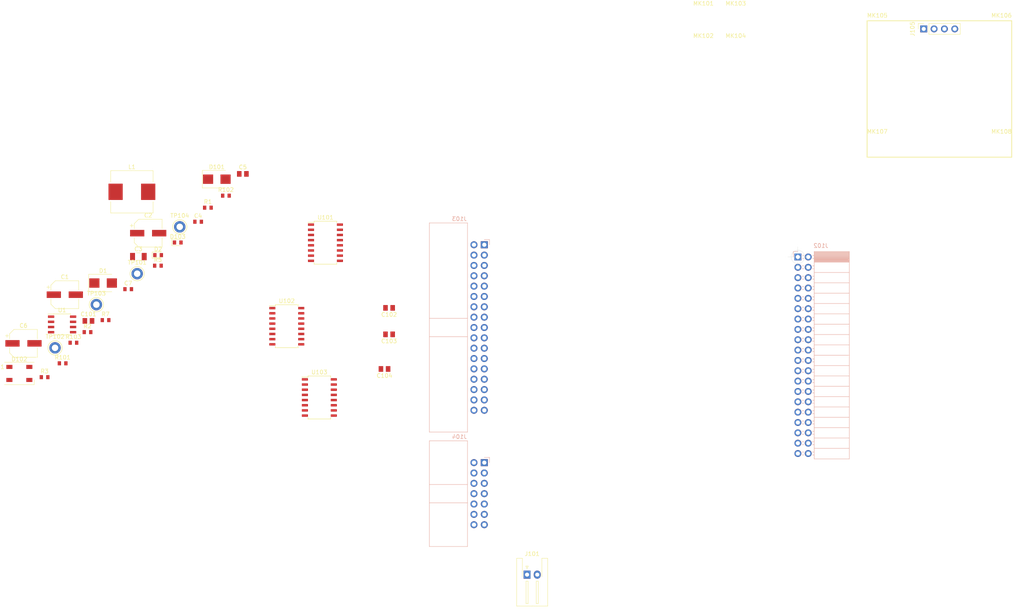
<source format=kicad_pcb>
(kicad_pcb (version 20191123) (host pcbnew "(5.99.0-446-g2a3d4ffe8)")

  (general
    (thickness 1.6)
    (drawings 6)
    (tracks 0)
    (modules 46)
    (nets 45)
  )

  (page "A4")
  (layers
    (0 "F.Cu" signal)
    (31 "B.Cu" signal)
    (32 "B.Adhes" user)
    (33 "F.Adhes" user)
    (34 "B.Paste" user)
    (35 "F.Paste" user)
    (36 "B.SilkS" user)
    (37 "F.SilkS" user)
    (38 "B.Mask" user)
    (39 "F.Mask" user)
    (40 "Dwgs.User" user)
    (41 "Cmts.User" user)
    (42 "Eco1.User" user)
    (43 "Eco2.User" user)
    (44 "Edge.Cuts" user)
    (45 "Margin" user)
    (46 "B.CrtYd" user)
    (47 "F.CrtYd" user)
    (48 "B.Fab" user)
    (49 "F.Fab" user)
  )

  (setup
    (last_trace_width 0.25)
    (trace_clearance 0.2)
    (zone_clearance 0.508)
    (zone_45_only no)
    (trace_min 0.2)
    (via_size 0.8)
    (via_drill 0.4)
    (via_min_size 0.4)
    (via_min_drill 0.3)
    (uvia_size 0.3)
    (uvia_drill 0.1)
    (uvias_allowed no)
    (uvia_min_size 0.2)
    (uvia_min_drill 0.1)
    (max_error 0.005)
    (defaults
      (edge_clearance 0.01)
      (edge_cuts_line_width 0.05)
      (courtyard_line_width 0.05)
      (copper_line_width 0.2)
      (copper_text_dims (size 1.5 1.5) (thickness 0.3))
      (silk_line_width 0.12)
      (silk_text_dims (size 1 1) (thickness 0.15))
      (other_layers_line_width 0.1)
      (other_layers_text_dims (size 1 1) (thickness 0.15))
    )
    (pad_size 1.524 1.524)
    (pad_drill 0.762)
    (pad_to_mask_clearance 0.051)
    (solder_mask_min_width 0.25)
    (aux_axis_origin 0 0)
    (grid_origin 221 84)
    (visible_elements 7FFFF7FF)
    (pcbplotparams
      (layerselection 0x010fc_ffffffff)
      (usegerberextensions false)
      (usegerberattributes false)
      (usegerberadvancedattributes false)
      (creategerberjobfile false)
      (excludeedgelayer true)
      (linewidth 0.100000)
      (plotframeref false)
      (viasonmask false)
      (mode 1)
      (useauxorigin false)
      (hpglpennumber 1)
      (hpglpenspeed 20)
      (hpglpendiameter 15.000000)
      (psnegative false)
      (psa4output false)
      (plotreference true)
      (plotvalue true)
      (plotinvisibletext false)
      (padsonsilk false)
      (subtractmaskfromsilk false)
      (outputformat 1)
      (mirror false)
      (drillshape 1)
      (scaleselection 1)
      (outputdirectory "")
    )
  )

  (net 0 "")
  (net 1 "Net-(C1-Pad2)")
  (net 2 "+24V")
  (net 3 "GND")
  (net 4 "Net-(C4-Pad2)")
  (net 5 "Net-(C4-Pad1)")
  (net 6 "Net-(C5-Pad1)")
  (net 7 "+5V")
  (net 8 "+3V3")
  (net 9 "Net-(D2-Pad1)")
  (net 10 "Net-(D101-Pad2)")
  (net 11 "/WS2812B")
  (net 12 "Net-(D103-Pad1)")
  (net 13 "/SPI_CS")
  (net 14 "/SPI_SCK")
  (net 15 "/SPI_MOSI")
  (net 16 "/I2C_SCL")
  (net 17 "/I2C_SDA")
  (net 18 "/G8")
  (net 19 "/R8")
  (net 20 "/G7")
  (net 21 "/R7")
  (net 22 "/G6")
  (net 23 "/R6")
  (net 24 "/G5")
  (net 25 "/R5")
  (net 26 "/G4")
  (net 27 "/R4")
  (net 28 "/G3")
  (net 29 "/R3")
  (net 30 "/G2")
  (net 31 "/R2")
  (net 32 "/G1")
  (net 33 "/R1")
  (net 34 "/G1.4")
  (net 35 "/R1.4")
  (net 36 "/G1.3")
  (net 37 "/R1.3")
  (net 38 "/G1.2")
  (net 39 "/R1.2")
  (net 40 "/G1.1")
  (net 41 "/R1.1")
  (net 42 "Net-(R3-Pad2)")
  (net 43 "Net-(U101-Pad9)")
  (net 44 "Net-(U102-Pad9)")

  (net_class "Default" "This is the default net class."
    (clearance 0.2)
    (trace_width 0.25)
    (via_dia 0.8)
    (via_drill 0.4)
    (uvia_dia 0.3)
    (uvia_drill 0.1)
    (add_net "+24V")
    (add_net "+3V3")
    (add_net "+5V")
    (add_net "/G1")
    (add_net "/G1.1")
    (add_net "/G1.2")
    (add_net "/G1.3")
    (add_net "/G1.4")
    (add_net "/G2")
    (add_net "/G3")
    (add_net "/G4")
    (add_net "/G5")
    (add_net "/G6")
    (add_net "/G7")
    (add_net "/G8")
    (add_net "/I2C_SCL")
    (add_net "/I2C_SDA")
    (add_net "/R1")
    (add_net "/R1.1")
    (add_net "/R1.2")
    (add_net "/R1.3")
    (add_net "/R1.4")
    (add_net "/R2")
    (add_net "/R3")
    (add_net "/R4")
    (add_net "/R5")
    (add_net "/R6")
    (add_net "/R7")
    (add_net "/R8")
    (add_net "/SPI_CS")
    (add_net "/SPI_MOSI")
    (add_net "/SPI_SCK")
    (add_net "/WS2812B")
    (add_net "GND")
    (add_net "Net-(C1-Pad2)")
    (add_net "Net-(C4-Pad1)")
    (add_net "Net-(C4-Pad2)")
    (add_net "Net-(C5-Pad1)")
    (add_net "Net-(D101-Pad2)")
    (add_net "Net-(D103-Pad1)")
    (add_net "Net-(D2-Pad1)")
    (add_net "Net-(R3-Pad2)")
    (add_net "Net-(U101-Pad9)")
    (add_net "Net-(U102-Pad9)")
  )

  (module "MountingHole:MountingHole_3.2mm_M3_DIN965" (layer "F.Cu") (tedit 56D1B4CB) (tstamp 5DE32A14)
    (at 271 57)
    (descr "Mounting Hole 3.2mm, no annular, M3, DIN965")
    (tags "mounting hole 3.2mm no annular m3 din965")
    (path "/5DF0DF98")
    (attr virtual)
    (fp_text reference "MK108" (at 0 -3.8) (layer "F.SilkS")
      (effects (font (size 1 1) (thickness 0.15)))
    )
    (fp_text value "Mounting_Hole" (at 0 3.8) (layer "F.Fab")
      (effects (font (size 1 1) (thickness 0.15)))
    )
    (fp_circle (center 0 0) (end 3.05 0) (layer "F.CrtYd") (width 0.05))
    (fp_circle (center 0 0) (end 2.8 0) (layer "Cmts.User") (width 0.15))
    (fp_text user "%R" (at 0.3 0) (layer "F.Fab")
      (effects (font (size 1 1) (thickness 0.15)))
    )
    (pad "1" np_thru_hole circle (at 0 0) (size 3.2 3.2) (drill 3.2) (layers *.Cu *.Mask))
  )

  (module "MountingHole:MountingHole_3.2mm_M3_DIN965" (layer "F.Cu") (tedit 56D1B4CB) (tstamp 5DE32A0C)
    (at 240.5 57)
    (descr "Mounting Hole 3.2mm, no annular, M3, DIN965")
    (tags "mounting hole 3.2mm no annular m3 din965")
    (path "/5DF0DC9F")
    (attr virtual)
    (fp_text reference "MK107" (at 0 -3.8) (layer "F.SilkS")
      (effects (font (size 1 1) (thickness 0.15)))
    )
    (fp_text value "Mounting_Hole" (at 0 3.8) (layer "F.Fab")
      (effects (font (size 1 1) (thickness 0.15)))
    )
    (fp_circle (center 0 0) (end 3.05 0) (layer "F.CrtYd") (width 0.05))
    (fp_circle (center 0 0) (end 2.8 0) (layer "Cmts.User") (width 0.15))
    (fp_text user "%R" (at 0.3 0) (layer "F.Fab")
      (effects (font (size 1 1) (thickness 0.15)))
    )
    (pad "1" np_thru_hole circle (at 0 0) (size 3.2 3.2) (drill 3.2) (layers *.Cu *.Mask))
  )

  (module "MountingHole:MountingHole_3.2mm_M3_DIN965" (layer "F.Cu") (tedit 56D1B4CB) (tstamp 5DE32A04)
    (at 271 28.5)
    (descr "Mounting Hole 3.2mm, no annular, M3, DIN965")
    (tags "mounting hole 3.2mm no annular m3 din965")
    (path "/5DF0D94C")
    (attr virtual)
    (fp_text reference "MK106" (at 0 -3.8) (layer "F.SilkS")
      (effects (font (size 1 1) (thickness 0.15)))
    )
    (fp_text value "Mounting_Hole" (at 0 3.8) (layer "F.Fab")
      (effects (font (size 1 1) (thickness 0.15)))
    )
    (fp_circle (center 0 0) (end 3.05 0) (layer "F.CrtYd") (width 0.05))
    (fp_circle (center 0 0) (end 2.8 0) (layer "Cmts.User") (width 0.15))
    (fp_text user "%R" (at 0.3 0) (layer "F.Fab")
      (effects (font (size 1 1) (thickness 0.15)))
    )
    (pad "1" np_thru_hole circle (at 0 0) (size 3.2 3.2) (drill 3.2) (layers *.Cu *.Mask))
  )

  (module "MountingHole:MountingHole_3.2mm_M3_DIN965" (layer "F.Cu") (tedit 56D1B4CB) (tstamp 5DE329FC)
    (at 240.5 28.5)
    (descr "Mounting Hole 3.2mm, no annular, M3, DIN965")
    (tags "mounting hole 3.2mm no annular m3 din965")
    (path "/5DF0CFCD")
    (attr virtual)
    (fp_text reference "MK105" (at 0 -3.8) (layer "F.SilkS")
      (effects (font (size 1 1) (thickness 0.15)))
    )
    (fp_text value "Mounting_Hole" (at 0 3.8) (layer "F.Fab")
      (effects (font (size 1 1) (thickness 0.15)))
    )
    (fp_circle (center 0 0) (end 3.05 0) (layer "F.CrtYd") (width 0.05))
    (fp_circle (center 0 0) (end 2.8 0) (layer "Cmts.User") (width 0.15))
    (fp_text user "%R" (at 0.3 0) (layer "F.Fab")
      (effects (font (size 1 1) (thickness 0.15)))
    )
    (pad "1" np_thru_hole circle (at 0 0) (size 3.2 3.2) (drill 3.2) (layers *.Cu *.Mask))
  )

  (module "MountingHole:MountingHole_3.2mm_M3" (layer "F.Cu") (tedit 56D1B4CB) (tstamp 5DE329F4)
    (at 205.75 33.9)
    (descr "Mounting Hole 3.2mm, no annular, M3")
    (tags "mounting hole 3.2mm no annular m3")
    (path "/5DF1038C")
    (attr virtual)
    (fp_text reference "MK104" (at 0 -4.2) (layer "F.SilkS")
      (effects (font (size 1 1) (thickness 0.15)))
    )
    (fp_text value "Mounting_Hole" (at 0 4.2) (layer "F.Fab")
      (effects (font (size 1 1) (thickness 0.15)))
    )
    (fp_circle (center 0 0) (end 3.45 0) (layer "F.CrtYd") (width 0.05))
    (fp_circle (center 0 0) (end 3.2 0) (layer "Cmts.User") (width 0.15))
    (fp_text user "%R" (at 0.3 0) (layer "F.Fab")
      (effects (font (size 1 1) (thickness 0.15)))
    )
    (pad "1" np_thru_hole circle (at 0 0) (size 3.2 3.2) (drill 3.2) (layers *.Cu *.Mask))
  )

  (module "MountingHole:MountingHole_3.2mm_M3" (layer "F.Cu") (tedit 56D1B4CB) (tstamp 5DE329EC)
    (at 205.75 25.95)
    (descr "Mounting Hole 3.2mm, no annular, M3")
    (tags "mounting hole 3.2mm no annular m3")
    (path "/5DF10368")
    (attr virtual)
    (fp_text reference "MK103" (at 0 -4.2) (layer "F.SilkS")
      (effects (font (size 1 1) (thickness 0.15)))
    )
    (fp_text value "Mounting_Hole" (at 0 4.2) (layer "F.Fab")
      (effects (font (size 1 1) (thickness 0.15)))
    )
    (fp_circle (center 0 0) (end 3.45 0) (layer "F.CrtYd") (width 0.05))
    (fp_circle (center 0 0) (end 3.2 0) (layer "Cmts.User") (width 0.15))
    (fp_text user "%R" (at 0.3 0) (layer "F.Fab")
      (effects (font (size 1 1) (thickness 0.15)))
    )
    (pad "1" np_thru_hole circle (at 0 0) (size 3.2 3.2) (drill 3.2) (layers *.Cu *.Mask))
  )

  (module "MountingHole:MountingHole_3.2mm_M3" (layer "F.Cu") (tedit 56D1B4CB) (tstamp 5DE329E4)
    (at 197.8 33.9)
    (descr "Mounting Hole 3.2mm, no annular, M3")
    (tags "mounting hole 3.2mm no annular m3")
    (path "/5DF10380")
    (attr virtual)
    (fp_text reference "MK102" (at 0 -4.2) (layer "F.SilkS")
      (effects (font (size 1 1) (thickness 0.15)))
    )
    (fp_text value "Mounting_Hole" (at 0 4.2) (layer "F.Fab")
      (effects (font (size 1 1) (thickness 0.15)))
    )
    (fp_circle (center 0 0) (end 3.45 0) (layer "F.CrtYd") (width 0.05))
    (fp_circle (center 0 0) (end 3.2 0) (layer "Cmts.User") (width 0.15))
    (fp_text user "%R" (at 0.3 0) (layer "F.Fab")
      (effects (font (size 1 1) (thickness 0.15)))
    )
    (pad "1" np_thru_hole circle (at 0 0) (size 3.2 3.2) (drill 3.2) (layers *.Cu *.Mask))
  )

  (module "MountingHole:MountingHole_3.2mm_M3" (layer "F.Cu") (tedit 56D1B4CB) (tstamp 5DE329DC)
    (at 197.8 25.95)
    (descr "Mounting Hole 3.2mm, no annular, M3")
    (tags "mounting hole 3.2mm no annular m3")
    (path "/5DF10374")
    (attr virtual)
    (fp_text reference "MK101" (at 0 -4.2) (layer "F.SilkS")
      (effects (font (size 1 1) (thickness 0.15)))
    )
    (fp_text value "Mounting_Hole" (at 0 4.2) (layer "F.Fab")
      (effects (font (size 1 1) (thickness 0.15)))
    )
    (fp_circle (center 0 0) (end 3.45 0) (layer "F.CrtYd") (width 0.05))
    (fp_circle (center 0 0) (end 3.2 0) (layer "Cmts.User") (width 0.15))
    (fp_text user "%R" (at 0.3 0) (layer "F.Fab")
      (effects (font (size 1 1) (thickness 0.15)))
    )
    (pad "1" np_thru_hole circle (at 0 0) (size 3.2 3.2) (drill 3.2) (layers *.Cu *.Mask))
  )

  (module "Package_SO:SOIC-16W_5.3x10.2mm_P1.27mm" (layer "F.Cu") (tedit 5A02F2D3) (tstamp 5DE31261)
    (at 103.5 118.5)
    (descr "16-Lead Plastic Small Outline (SO) - Wide, 5.3 mm Body (http://www.ti.com/lit/ml/msop002a/msop002a.pdf)")
    (tags "SOIC 1.27")
    (path "/5DE47E23")
    (attr smd)
    (fp_text reference "U103" (at 0 -6.2) (layer "F.SilkS")
      (effects (font (size 1 1) (thickness 0.15)))
    )
    (fp_text value "74HC595" (at 0 6.2) (layer "F.Fab")
      (effects (font (size 1 1) (thickness 0.15)))
    )
    (fp_line (start -2.775 -5) (end -4.3 -5) (layer "F.SilkS") (width 0.15))
    (fp_line (start -2.775 5.275) (end 2.775 5.275) (layer "F.SilkS") (width 0.15))
    (fp_line (start -2.775 -5.275) (end 2.775 -5.275) (layer "F.SilkS") (width 0.15))
    (fp_line (start -2.775 5.275) (end -2.775 4.92) (layer "F.SilkS") (width 0.15))
    (fp_line (start 2.775 5.275) (end 2.775 4.92) (layer "F.SilkS") (width 0.15))
    (fp_line (start 2.775 -5.275) (end 2.775 -4.92) (layer "F.SilkS") (width 0.15))
    (fp_line (start -2.775 -5.275) (end -2.775 -5) (layer "F.SilkS") (width 0.15))
    (fp_line (start -4.55 5.45) (end 4.55 5.45) (layer "F.CrtYd") (width 0.05))
    (fp_line (start -4.55 -5.45) (end 4.55 -5.45) (layer "F.CrtYd") (width 0.05))
    (fp_line (start 4.55 -5.45) (end 4.55 5.45) (layer "F.CrtYd") (width 0.05))
    (fp_line (start -4.55 -5.45) (end -4.55 5.45) (layer "F.CrtYd") (width 0.05))
    (fp_line (start -2.65 -4.1) (end -1.65 -5.1) (layer "F.Fab") (width 0.15))
    (fp_line (start -2.65 5.1) (end -2.65 -4.1) (layer "F.Fab") (width 0.15))
    (fp_line (start 2.65 5.1) (end -2.65 5.1) (layer "F.Fab") (width 0.15))
    (fp_line (start 2.65 -5.1) (end 2.65 5.1) (layer "F.Fab") (width 0.15))
    (fp_line (start -1.65 -5.1) (end 2.65 -5.1) (layer "F.Fab") (width 0.15))
    (fp_text user "%R" (at 0 0) (layer "F.Fab")
      (effects (font (size 1 1) (thickness 0.15)))
    )
    (pad "16" smd rect (at 3.55 -4.445) (size 1.5 0.6) (layers "F.Cu" "F.Paste" "F.Mask")
      (net 8 "+3V3"))
    (pad "15" smd rect (at 3.55 -3.175) (size 1.5 0.6) (layers "F.Cu" "F.Paste" "F.Mask")
      (net 41 "/R1.1"))
    (pad "14" smd rect (at 3.55 -1.905) (size 1.5 0.6) (layers "F.Cu" "F.Paste" "F.Mask")
      (net 44 "Net-(U102-Pad9)"))
    (pad "13" smd rect (at 3.55 -0.635) (size 1.5 0.6) (layers "F.Cu" "F.Paste" "F.Mask")
      (net 3 "GND"))
    (pad "12" smd rect (at 3.55 0.635) (size 1.5 0.6) (layers "F.Cu" "F.Paste" "F.Mask")
      (net 13 "/SPI_CS"))
    (pad "11" smd rect (at 3.55 1.905) (size 1.5 0.6) (layers "F.Cu" "F.Paste" "F.Mask")
      (net 14 "/SPI_SCK"))
    (pad "10" smd rect (at 3.55 3.175) (size 1.5 0.6) (layers "F.Cu" "F.Paste" "F.Mask")
      (net 8 "+3V3"))
    (pad "9" smd rect (at 3.55 4.445) (size 1.5 0.6) (layers "F.Cu" "F.Paste" "F.Mask"))
    (pad "8" smd rect (at -3.55 4.445) (size 1.5 0.6) (layers "F.Cu" "F.Paste" "F.Mask")
      (net 3 "GND"))
    (pad "7" smd rect (at -3.55 3.175) (size 1.5 0.6) (layers "F.Cu" "F.Paste" "F.Mask")
      (net 34 "/G1.4"))
    (pad "6" smd rect (at -3.55 1.905) (size 1.5 0.6) (layers "F.Cu" "F.Paste" "F.Mask")
      (net 35 "/R1.4"))
    (pad "5" smd rect (at -3.55 0.635) (size 1.5 0.6) (layers "F.Cu" "F.Paste" "F.Mask")
      (net 36 "/G1.3"))
    (pad "4" smd rect (at -3.55 -0.635) (size 1.5 0.6) (layers "F.Cu" "F.Paste" "F.Mask")
      (net 37 "/R1.3"))
    (pad "3" smd rect (at -3.55 -1.905) (size 1.5 0.6) (layers "F.Cu" "F.Paste" "F.Mask")
      (net 38 "/G1.2"))
    (pad "2" smd rect (at -3.55 -3.175) (size 1.5 0.6) (layers "F.Cu" "F.Paste" "F.Mask")
      (net 39 "/R1.2"))
    (pad "1" smd rect (at -3.55 -4.445) (size 1.5 0.6) (layers "F.Cu" "F.Paste" "F.Mask")
      (net 40 "/G1.1"))
    (model "${KISYS3DMOD}/Package_SO.3dshapes/SOIC-16W_5.3x10.2mm_P1.27mm.wrl"
      (at (xyz 0 0 0))
      (scale (xyz 1 1 1))
      (rotate (xyz 0 0 0))
    )
  )

  (module "Package_SO:SOIC-16W_5.3x10.2mm_P1.27mm" (layer "F.Cu") (tedit 5A02F2D3) (tstamp 5DE3123C)
    (at 95.5 101)
    (descr "16-Lead Plastic Small Outline (SO) - Wide, 5.3 mm Body (http://www.ti.com/lit/ml/msop002a/msop002a.pdf)")
    (tags "SOIC 1.27")
    (path "/5DE445D3")
    (attr smd)
    (fp_text reference "U102" (at 0 -6.2) (layer "F.SilkS")
      (effects (font (size 1 1) (thickness 0.15)))
    )
    (fp_text value "74HC595" (at 0 6.2) (layer "F.Fab")
      (effects (font (size 1 1) (thickness 0.15)))
    )
    (fp_line (start -2.775 -5) (end -4.3 -5) (layer "F.SilkS") (width 0.15))
    (fp_line (start -2.775 5.275) (end 2.775 5.275) (layer "F.SilkS") (width 0.15))
    (fp_line (start -2.775 -5.275) (end 2.775 -5.275) (layer "F.SilkS") (width 0.15))
    (fp_line (start -2.775 5.275) (end -2.775 4.92) (layer "F.SilkS") (width 0.15))
    (fp_line (start 2.775 5.275) (end 2.775 4.92) (layer "F.SilkS") (width 0.15))
    (fp_line (start 2.775 -5.275) (end 2.775 -4.92) (layer "F.SilkS") (width 0.15))
    (fp_line (start -2.775 -5.275) (end -2.775 -5) (layer "F.SilkS") (width 0.15))
    (fp_line (start -4.55 5.45) (end 4.55 5.45) (layer "F.CrtYd") (width 0.05))
    (fp_line (start -4.55 -5.45) (end 4.55 -5.45) (layer "F.CrtYd") (width 0.05))
    (fp_line (start 4.55 -5.45) (end 4.55 5.45) (layer "F.CrtYd") (width 0.05))
    (fp_line (start -4.55 -5.45) (end -4.55 5.45) (layer "F.CrtYd") (width 0.05))
    (fp_line (start -2.65 -4.1) (end -1.65 -5.1) (layer "F.Fab") (width 0.15))
    (fp_line (start -2.65 5.1) (end -2.65 -4.1) (layer "F.Fab") (width 0.15))
    (fp_line (start 2.65 5.1) (end -2.65 5.1) (layer "F.Fab") (width 0.15))
    (fp_line (start 2.65 -5.1) (end 2.65 5.1) (layer "F.Fab") (width 0.15))
    (fp_line (start -1.65 -5.1) (end 2.65 -5.1) (layer "F.Fab") (width 0.15))
    (fp_text user "%R" (at 0 0) (layer "F.Fab")
      (effects (font (size 1 1) (thickness 0.15)))
    )
    (pad "16" smd rect (at 3.55 -4.445) (size 1.5 0.6) (layers "F.Cu" "F.Paste" "F.Mask")
      (net 8 "+3V3"))
    (pad "15" smd rect (at 3.55 -3.175) (size 1.5 0.6) (layers "F.Cu" "F.Paste" "F.Mask")
      (net 25 "/R5"))
    (pad "14" smd rect (at 3.55 -1.905) (size 1.5 0.6) (layers "F.Cu" "F.Paste" "F.Mask")
      (net 43 "Net-(U101-Pad9)"))
    (pad "13" smd rect (at 3.55 -0.635) (size 1.5 0.6) (layers "F.Cu" "F.Paste" "F.Mask")
      (net 3 "GND"))
    (pad "12" smd rect (at 3.55 0.635) (size 1.5 0.6) (layers "F.Cu" "F.Paste" "F.Mask")
      (net 13 "/SPI_CS"))
    (pad "11" smd rect (at 3.55 1.905) (size 1.5 0.6) (layers "F.Cu" "F.Paste" "F.Mask")
      (net 14 "/SPI_SCK"))
    (pad "10" smd rect (at 3.55 3.175) (size 1.5 0.6) (layers "F.Cu" "F.Paste" "F.Mask")
      (net 8 "+3V3"))
    (pad "9" smd rect (at 3.55 4.445) (size 1.5 0.6) (layers "F.Cu" "F.Paste" "F.Mask")
      (net 44 "Net-(U102-Pad9)"))
    (pad "8" smd rect (at -3.55 4.445) (size 1.5 0.6) (layers "F.Cu" "F.Paste" "F.Mask")
      (net 3 "GND"))
    (pad "7" smd rect (at -3.55 3.175) (size 1.5 0.6) (layers "F.Cu" "F.Paste" "F.Mask")
      (net 18 "/G8"))
    (pad "6" smd rect (at -3.55 1.905) (size 1.5 0.6) (layers "F.Cu" "F.Paste" "F.Mask")
      (net 19 "/R8"))
    (pad "5" smd rect (at -3.55 0.635) (size 1.5 0.6) (layers "F.Cu" "F.Paste" "F.Mask")
      (net 20 "/G7"))
    (pad "4" smd rect (at -3.55 -0.635) (size 1.5 0.6) (layers "F.Cu" "F.Paste" "F.Mask")
      (net 21 "/R7"))
    (pad "3" smd rect (at -3.55 -1.905) (size 1.5 0.6) (layers "F.Cu" "F.Paste" "F.Mask")
      (net 22 "/G6"))
    (pad "2" smd rect (at -3.55 -3.175) (size 1.5 0.6) (layers "F.Cu" "F.Paste" "F.Mask")
      (net 23 "/R6"))
    (pad "1" smd rect (at -3.55 -4.445) (size 1.5 0.6) (layers "F.Cu" "F.Paste" "F.Mask")
      (net 24 "/G5"))
    (model "${KISYS3DMOD}/Package_SO.3dshapes/SOIC-16W_5.3x10.2mm_P1.27mm.wrl"
      (at (xyz 0 0 0))
      (scale (xyz 1 1 1))
      (rotate (xyz 0 0 0))
    )
  )

  (module "Package_SO:SOIC-16W_5.3x10.2mm_P1.27mm" (layer "F.Cu") (tedit 5A02F2D3) (tstamp 5DE31217)
    (at 105 80.5)
    (descr "16-Lead Plastic Small Outline (SO) - Wide, 5.3 mm Body (http://www.ti.com/lit/ml/msop002a/msop002a.pdf)")
    (tags "SOIC 1.27")
    (path "/5DE3E69A")
    (attr smd)
    (fp_text reference "U101" (at 0 -6.2) (layer "F.SilkS")
      (effects (font (size 1 1) (thickness 0.15)))
    )
    (fp_text value "74HC595" (at 0 6.2) (layer "F.Fab")
      (effects (font (size 1 1) (thickness 0.15)))
    )
    (fp_line (start -2.775 -5) (end -4.3 -5) (layer "F.SilkS") (width 0.15))
    (fp_line (start -2.775 5.275) (end 2.775 5.275) (layer "F.SilkS") (width 0.15))
    (fp_line (start -2.775 -5.275) (end 2.775 -5.275) (layer "F.SilkS") (width 0.15))
    (fp_line (start -2.775 5.275) (end -2.775 4.92) (layer "F.SilkS") (width 0.15))
    (fp_line (start 2.775 5.275) (end 2.775 4.92) (layer "F.SilkS") (width 0.15))
    (fp_line (start 2.775 -5.275) (end 2.775 -4.92) (layer "F.SilkS") (width 0.15))
    (fp_line (start -2.775 -5.275) (end -2.775 -5) (layer "F.SilkS") (width 0.15))
    (fp_line (start -4.55 5.45) (end 4.55 5.45) (layer "F.CrtYd") (width 0.05))
    (fp_line (start -4.55 -5.45) (end 4.55 -5.45) (layer "F.CrtYd") (width 0.05))
    (fp_line (start 4.55 -5.45) (end 4.55 5.45) (layer "F.CrtYd") (width 0.05))
    (fp_line (start -4.55 -5.45) (end -4.55 5.45) (layer "F.CrtYd") (width 0.05))
    (fp_line (start -2.65 -4.1) (end -1.65 -5.1) (layer "F.Fab") (width 0.15))
    (fp_line (start -2.65 5.1) (end -2.65 -4.1) (layer "F.Fab") (width 0.15))
    (fp_line (start 2.65 5.1) (end -2.65 5.1) (layer "F.Fab") (width 0.15))
    (fp_line (start 2.65 -5.1) (end 2.65 5.1) (layer "F.Fab") (width 0.15))
    (fp_line (start -1.65 -5.1) (end 2.65 -5.1) (layer "F.Fab") (width 0.15))
    (fp_text user "%R" (at 0 0) (layer "F.Fab")
      (effects (font (size 1 1) (thickness 0.15)))
    )
    (pad "16" smd rect (at 3.55 -4.445) (size 1.5 0.6) (layers "F.Cu" "F.Paste" "F.Mask")
      (net 8 "+3V3"))
    (pad "15" smd rect (at 3.55 -3.175) (size 1.5 0.6) (layers "F.Cu" "F.Paste" "F.Mask")
      (net 33 "/R1"))
    (pad "14" smd rect (at 3.55 -1.905) (size 1.5 0.6) (layers "F.Cu" "F.Paste" "F.Mask")
      (net 15 "/SPI_MOSI"))
    (pad "13" smd rect (at 3.55 -0.635) (size 1.5 0.6) (layers "F.Cu" "F.Paste" "F.Mask")
      (net 3 "GND"))
    (pad "12" smd rect (at 3.55 0.635) (size 1.5 0.6) (layers "F.Cu" "F.Paste" "F.Mask")
      (net 13 "/SPI_CS"))
    (pad "11" smd rect (at 3.55 1.905) (size 1.5 0.6) (layers "F.Cu" "F.Paste" "F.Mask")
      (net 14 "/SPI_SCK"))
    (pad "10" smd rect (at 3.55 3.175) (size 1.5 0.6) (layers "F.Cu" "F.Paste" "F.Mask")
      (net 8 "+3V3"))
    (pad "9" smd rect (at 3.55 4.445) (size 1.5 0.6) (layers "F.Cu" "F.Paste" "F.Mask")
      (net 43 "Net-(U101-Pad9)"))
    (pad "8" smd rect (at -3.55 4.445) (size 1.5 0.6) (layers "F.Cu" "F.Paste" "F.Mask")
      (net 3 "GND"))
    (pad "7" smd rect (at -3.55 3.175) (size 1.5 0.6) (layers "F.Cu" "F.Paste" "F.Mask")
      (net 26 "/G4"))
    (pad "6" smd rect (at -3.55 1.905) (size 1.5 0.6) (layers "F.Cu" "F.Paste" "F.Mask")
      (net 27 "/R4"))
    (pad "5" smd rect (at -3.55 0.635) (size 1.5 0.6) (layers "F.Cu" "F.Paste" "F.Mask")
      (net 28 "/G3"))
    (pad "4" smd rect (at -3.55 -0.635) (size 1.5 0.6) (layers "F.Cu" "F.Paste" "F.Mask")
      (net 29 "/R3"))
    (pad "3" smd rect (at -3.55 -1.905) (size 1.5 0.6) (layers "F.Cu" "F.Paste" "F.Mask")
      (net 30 "/G2"))
    (pad "2" smd rect (at -3.55 -3.175) (size 1.5 0.6) (layers "F.Cu" "F.Paste" "F.Mask")
      (net 31 "/R2"))
    (pad "1" smd rect (at -3.55 -4.445) (size 1.5 0.6) (layers "F.Cu" "F.Paste" "F.Mask")
      (net 32 "/G1"))
    (model "${KISYS3DMOD}/Package_SO.3dshapes/SOIC-16W_5.3x10.2mm_P1.27mm.wrl"
      (at (xyz 0 0 0))
      (scale (xyz 1 1 1))
      (rotate (xyz 0 0 0))
    )
  )

  (module "Package_SO:SOIC-8_3.9x4.9mm_P1.27mm" (layer "F.Cu") (tedit 5A02F2D3) (tstamp 5DE311F2)
    (at 40.33 100.56)
    (descr "8-Lead Plastic Small Outline (SN) - Narrow, 3.90 mm Body [SOIC] (see Microchip Packaging Specification 00000049BS.pdf)")
    (tags "SOIC 1.27")
    (path "/5CAA1F8C")
    (attr smd)
    (fp_text reference "U1" (at 0 -3.5) (layer "F.SilkS")
      (effects (font (size 1 1) (thickness 0.15)))
    )
    (fp_text value "TPS5430DDA" (at 0 3.5) (layer "F.Fab")
      (effects (font (size 1 1) (thickness 0.15)))
    )
    (fp_line (start -2.075 -2.525) (end -3.475 -2.525) (layer "F.SilkS") (width 0.15))
    (fp_line (start -2.075 2.575) (end 2.075 2.575) (layer "F.SilkS") (width 0.15))
    (fp_line (start -2.075 -2.575) (end 2.075 -2.575) (layer "F.SilkS") (width 0.15))
    (fp_line (start -2.075 2.575) (end -2.075 2.43) (layer "F.SilkS") (width 0.15))
    (fp_line (start 2.075 2.575) (end 2.075 2.43) (layer "F.SilkS") (width 0.15))
    (fp_line (start 2.075 -2.575) (end 2.075 -2.43) (layer "F.SilkS") (width 0.15))
    (fp_line (start -2.075 -2.575) (end -2.075 -2.525) (layer "F.SilkS") (width 0.15))
    (fp_line (start -3.73 2.7) (end 3.73 2.7) (layer "F.CrtYd") (width 0.05))
    (fp_line (start -3.73 -2.7) (end 3.73 -2.7) (layer "F.CrtYd") (width 0.05))
    (fp_line (start 3.73 -2.7) (end 3.73 2.7) (layer "F.CrtYd") (width 0.05))
    (fp_line (start -3.73 -2.7) (end -3.73 2.7) (layer "F.CrtYd") (width 0.05))
    (fp_line (start -1.95 -1.45) (end -0.95 -2.45) (layer "F.Fab") (width 0.1))
    (fp_line (start -1.95 2.45) (end -1.95 -1.45) (layer "F.Fab") (width 0.1))
    (fp_line (start 1.95 2.45) (end -1.95 2.45) (layer "F.Fab") (width 0.1))
    (fp_line (start 1.95 -2.45) (end 1.95 2.45) (layer "F.Fab") (width 0.1))
    (fp_line (start -0.95 -2.45) (end 1.95 -2.45) (layer "F.Fab") (width 0.1))
    (fp_text user "%R" (at 0 0) (layer "F.Fab")
      (effects (font (size 1 1) (thickness 0.15)))
    )
    (pad "8" smd rect (at 2.7 -1.905) (size 1.55 0.6) (layers "F.Cu" "F.Paste" "F.Mask")
      (net 5 "Net-(C4-Pad1)"))
    (pad "7" smd rect (at 2.7 -0.635) (size 1.55 0.6) (layers "F.Cu" "F.Paste" "F.Mask")
      (net 2 "+24V"))
    (pad "6" smd rect (at 2.7 0.635) (size 1.55 0.6) (layers "F.Cu" "F.Paste" "F.Mask")
      (net 3 "GND"))
    (pad "5" smd rect (at 2.7 1.905) (size 1.55 0.6) (layers "F.Cu" "F.Paste" "F.Mask"))
    (pad "4" smd rect (at -2.7 1.905) (size 1.55 0.6) (layers "F.Cu" "F.Paste" "F.Mask")
      (net 42 "Net-(R3-Pad2)"))
    (pad "3" smd rect (at -2.7 0.635) (size 1.55 0.6) (layers "F.Cu" "F.Paste" "F.Mask"))
    (pad "2" smd rect (at -2.7 -0.635) (size 1.55 0.6) (layers "F.Cu" "F.Paste" "F.Mask"))
    (pad "1" smd rect (at -2.7 -1.905) (size 1.55 0.6) (layers "F.Cu" "F.Paste" "F.Mask")
      (net 4 "Net-(C4-Pad2)"))
    (model "${KISYS3DMOD}/Package_SO.3dshapes/SOIC-8_3.9x4.9mm_P1.27mm.wrl"
      (at (xyz 0 0 0))
      (scale (xyz 1 1 1))
      (rotate (xyz 0 0 0))
    )
  )

  (module "TestPoint:TestPoint_Keystone_5005-5009_Compact" (layer "F.Cu") (tedit 5A0F774F) (tstamp 5DE311D5)
    (at 69.22 76.6)
    (descr "Keystone Miniature THM Test Point 5005-5009, http://www.keyelco.com/product-pdf.cfm?p=1314")
    (tags "Through Hole Mount Test Points")
    (path "/5DEEB058")
    (fp_text reference "TP104" (at 0 -2.75) (layer "F.SilkS")
      (effects (font (size 1 1) (thickness 0.15)))
    )
    (fp_text value "+5V" (at 0 2.75) (layer "F.Fab")
      (effects (font (size 1 1) (thickness 0.15)))
    )
    (fp_circle (center 0 0) (end 1.75 0) (layer "F.SilkS") (width 0.15))
    (fp_circle (center 0 0) (end 1.6 0) (layer "F.Fab") (width 0.15))
    (fp_circle (center 0 0) (end 2 0) (layer "F.CrtYd") (width 0.05))
    (fp_line (start -1.25 0.4) (end -1.25 -0.4) (layer "F.Fab") (width 0.15))
    (fp_line (start 1.25 0.4) (end -1.25 0.4) (layer "F.Fab") (width 0.15))
    (fp_line (start 1.25 -0.4) (end 1.25 0.4) (layer "F.Fab") (width 0.15))
    (fp_line (start -1.25 -0.4) (end 1.25 -0.4) (layer "F.Fab") (width 0.15))
    (fp_text user "%R" (at 0 0) (layer "F.Fab")
      (effects (font (size 0.6 0.6) (thickness 0.09)))
    )
    (pad "1" thru_hole circle (at 0 0) (size 2.8 2.8) (drill 1.6) (layers *.Cu *.Mask)
      (net 6 "Net-(C5-Pad1)"))
    (model "${KISYS3DMOD}/TestPoint.3dshapes/TestPoint_Keystone_5005-5009_Compact.wrl"
      (at (xyz 0 0 0))
      (scale (xyz 1 1 1))
      (rotate (xyz 0 0 0))
    )
  )

  (module "TestPoint:TestPoint_Keystone_5005-5009_Compact" (layer "F.Cu") (tedit 5A0F774F) (tstamp 5DE311C8)
    (at 48.75 95.7)
    (descr "Keystone Miniature THM Test Point 5005-5009, http://www.keyelco.com/product-pdf.cfm?p=1314")
    (tags "Through Hole Mount Test Points")
    (path "/5DEEC70E")
    (fp_text reference "TP103" (at 0 -2.75) (layer "F.SilkS")
      (effects (font (size 1 1) (thickness 0.15)))
    )
    (fp_text value "SCL" (at 0 2.75) (layer "F.Fab")
      (effects (font (size 1 1) (thickness 0.15)))
    )
    (fp_circle (center 0 0) (end 1.75 0) (layer "F.SilkS") (width 0.15))
    (fp_circle (center 0 0) (end 1.6 0) (layer "F.Fab") (width 0.15))
    (fp_circle (center 0 0) (end 2 0) (layer "F.CrtYd") (width 0.05))
    (fp_line (start -1.25 0.4) (end -1.25 -0.4) (layer "F.Fab") (width 0.15))
    (fp_line (start 1.25 0.4) (end -1.25 0.4) (layer "F.Fab") (width 0.15))
    (fp_line (start 1.25 -0.4) (end 1.25 0.4) (layer "F.Fab") (width 0.15))
    (fp_line (start -1.25 -0.4) (end 1.25 -0.4) (layer "F.Fab") (width 0.15))
    (fp_text user "%R" (at 0 0) (layer "F.Fab")
      (effects (font (size 0.6 0.6) (thickness 0.09)))
    )
    (pad "1" thru_hole circle (at 0 0) (size 2.8 2.8) (drill 1.6) (layers *.Cu *.Mask)
      (net 16 "/I2C_SCL"))
    (model "${KISYS3DMOD}/TestPoint.3dshapes/TestPoint_Keystone_5005-5009_Compact.wrl"
      (at (xyz 0 0 0))
      (scale (xyz 1 1 1))
      (rotate (xyz 0 0 0))
    )
  )

  (module "TestPoint:TestPoint_Keystone_5005-5009_Compact" (layer "F.Cu") (tedit 5A0F774F) (tstamp 5DE311BB)
    (at 38.6 106.31)
    (descr "Keystone Miniature THM Test Point 5005-5009, http://www.keyelco.com/product-pdf.cfm?p=1314")
    (tags "Through Hole Mount Test Points")
    (path "/5DEEB7E8")
    (fp_text reference "TP102" (at 0 -2.75) (layer "F.SilkS")
      (effects (font (size 1 1) (thickness 0.15)))
    )
    (fp_text value "SDA" (at 0 2.75) (layer "F.Fab")
      (effects (font (size 1 1) (thickness 0.15)))
    )
    (fp_circle (center 0 0) (end 1.75 0) (layer "F.SilkS") (width 0.15))
    (fp_circle (center 0 0) (end 1.6 0) (layer "F.Fab") (width 0.15))
    (fp_circle (center 0 0) (end 2 0) (layer "F.CrtYd") (width 0.05))
    (fp_line (start -1.25 0.4) (end -1.25 -0.4) (layer "F.Fab") (width 0.15))
    (fp_line (start 1.25 0.4) (end -1.25 0.4) (layer "F.Fab") (width 0.15))
    (fp_line (start 1.25 -0.4) (end 1.25 0.4) (layer "F.Fab") (width 0.15))
    (fp_line (start -1.25 -0.4) (end 1.25 -0.4) (layer "F.Fab") (width 0.15))
    (fp_text user "%R" (at 0 0) (layer "F.Fab")
      (effects (font (size 0.6 0.6) (thickness 0.09)))
    )
    (pad "1" thru_hole circle (at 0 0) (size 2.8 2.8) (drill 1.6) (layers *.Cu *.Mask)
      (net 17 "/I2C_SDA"))
    (model "${KISYS3DMOD}/TestPoint.3dshapes/TestPoint_Keystone_5005-5009_Compact.wrl"
      (at (xyz 0 0 0))
      (scale (xyz 1 1 1))
      (rotate (xyz 0 0 0))
    )
  )

  (module "TestPoint:TestPoint_Keystone_5005-5009_Compact" (layer "F.Cu") (tedit 5A0F774F) (tstamp 5DE311AE)
    (at 58.77 88.1)
    (descr "Keystone Miniature THM Test Point 5005-5009, http://www.keyelco.com/product-pdf.cfm?p=1314")
    (tags "Through Hole Mount Test Points")
    (path "/5DEED0EA")
    (fp_text reference "TP101" (at 0 -2.75) (layer "F.SilkS")
      (effects (font (size 1 1) (thickness 0.15)))
    )
    (fp_text value "+24V" (at 0 2.75) (layer "F.Fab")
      (effects (font (size 1 1) (thickness 0.15)))
    )
    (fp_circle (center 0 0) (end 1.75 0) (layer "F.SilkS") (width 0.15))
    (fp_circle (center 0 0) (end 1.6 0) (layer "F.Fab") (width 0.15))
    (fp_circle (center 0 0) (end 2 0) (layer "F.CrtYd") (width 0.05))
    (fp_line (start -1.25 0.4) (end -1.25 -0.4) (layer "F.Fab") (width 0.15))
    (fp_line (start 1.25 0.4) (end -1.25 0.4) (layer "F.Fab") (width 0.15))
    (fp_line (start 1.25 -0.4) (end 1.25 0.4) (layer "F.Fab") (width 0.15))
    (fp_line (start -1.25 -0.4) (end 1.25 -0.4) (layer "F.Fab") (width 0.15))
    (fp_text user "%R" (at 0 0) (layer "F.Fab")
      (effects (font (size 0.6 0.6) (thickness 0.09)))
    )
    (pad "1" thru_hole circle (at 0 0) (size 2.8 2.8) (drill 1.6) (layers *.Cu *.Mask)
      (net 2 "+24V"))
    (model "${KISYS3DMOD}/TestPoint.3dshapes/TestPoint_Keystone_5005-5009_Compact.wrl"
      (at (xyz 0 0 0))
      (scale (xyz 1 1 1))
      (rotate (xyz 0 0 0))
    )
  )

  (module "Resistor_SMD:R_0603_1608Metric" (layer "F.Cu") (tedit 5AC5DB74) (tstamp 5DE311A1)
    (at 43.11 105.06)
    (descr "Resistor SMD 0603 (1608 Metric), square (rectangular) end terminal, IPC_7351 nominal, (Body size source: http://www.tortai-tech.com/upload/download/2011102023233369053.pdf), generated with kicad-footprint-generator")
    (tags "resistor")
    (path "/5DEBF9A7")
    (attr smd)
    (fp_text reference "R103" (at 0 -1.45) (layer "F.SilkS")
      (effects (font (size 1 1) (thickness 0.15)))
    )
    (fp_text value "220" (at 0 1.45) (layer "F.Fab")
      (effects (font (size 1 1) (thickness 0.15)))
    )
    (fp_text user "%R" (at 0 0) (layer "F.Fab")
      (effects (font (size 0.4 0.4) (thickness 0.06)))
    )
    (fp_line (start 1.46 0.75) (end -1.46 0.75) (layer "F.CrtYd") (width 0.05))
    (fp_line (start 1.46 -0.75) (end 1.46 0.75) (layer "F.CrtYd") (width 0.05))
    (fp_line (start -1.46 -0.75) (end 1.46 -0.75) (layer "F.CrtYd") (width 0.05))
    (fp_line (start -1.46 0.75) (end -1.46 -0.75) (layer "F.CrtYd") (width 0.05))
    (fp_line (start 0.8 0.4) (end -0.8 0.4) (layer "F.Fab") (width 0.1))
    (fp_line (start 0.8 -0.4) (end 0.8 0.4) (layer "F.Fab") (width 0.1))
    (fp_line (start -0.8 -0.4) (end 0.8 -0.4) (layer "F.Fab") (width 0.1))
    (fp_line (start -0.8 0.4) (end -0.8 -0.4) (layer "F.Fab") (width 0.1))
    (pad "2" smd rect (at 0.8 0) (size 0.82 1) (layers "F.Cu" "F.Paste" "F.Mask")
      (net 3 "GND"))
    (pad "1" smd rect (at -0.8 0) (size 0.82 1) (layers "F.Cu" "F.Paste" "F.Mask")
      (net 12 "Net-(D103-Pad1)"))
    (model "${KISYS3DMOD}/Resistor_SMD.3dshapes/R_0603_1608Metric.wrl"
      (at (xyz 0 0 0))
      (scale (xyz 1 1 1))
      (rotate (xyz 0 0 0))
    )
  )

  (module "Resistor_SMD:R_0603_1608Metric" (layer "F.Cu") (tedit 5AC5DB74) (tstamp 5DE31192)
    (at 80.56 68.95)
    (descr "Resistor SMD 0603 (1608 Metric), square (rectangular) end terminal, IPC_7351 nominal, (Body size source: http://www.tortai-tech.com/upload/download/2011102023233369053.pdf), generated with kicad-footprint-generator")
    (tags "resistor")
    (path "/5DEE91A8")
    (attr smd)
    (fp_text reference "R102" (at 0 -1.45) (layer "F.SilkS")
      (effects (font (size 1 1) (thickness 0.15)))
    )
    (fp_text value "4,7k" (at 0 1.45) (layer "F.Fab")
      (effects (font (size 1 1) (thickness 0.15)))
    )
    (fp_text user "%R" (at 0 0) (layer "F.Fab")
      (effects (font (size 0.4 0.4) (thickness 0.06)))
    )
    (fp_line (start 1.46 0.75) (end -1.46 0.75) (layer "F.CrtYd") (width 0.05))
    (fp_line (start 1.46 -0.75) (end 1.46 0.75) (layer "F.CrtYd") (width 0.05))
    (fp_line (start -1.46 -0.75) (end 1.46 -0.75) (layer "F.CrtYd") (width 0.05))
    (fp_line (start -1.46 0.75) (end -1.46 -0.75) (layer "F.CrtYd") (width 0.05))
    (fp_line (start 0.8 0.4) (end -0.8 0.4) (layer "F.Fab") (width 0.1))
    (fp_line (start 0.8 -0.4) (end 0.8 0.4) (layer "F.Fab") (width 0.1))
    (fp_line (start -0.8 -0.4) (end 0.8 -0.4) (layer "F.Fab") (width 0.1))
    (fp_line (start -0.8 0.4) (end -0.8 -0.4) (layer "F.Fab") (width 0.1))
    (pad "2" smd rect (at 0.8 0) (size 0.82 1) (layers "F.Cu" "F.Paste" "F.Mask")
      (net 16 "/I2C_SCL"))
    (pad "1" smd rect (at -0.8 0) (size 0.82 1) (layers "F.Cu" "F.Paste" "F.Mask")
      (net 8 "+3V3"))
    (model "${KISYS3DMOD}/Resistor_SMD.3dshapes/R_0603_1608Metric.wrl"
      (at (xyz 0 0 0))
      (scale (xyz 1 1 1))
      (rotate (xyz 0 0 0))
    )
  )

  (module "Resistor_SMD:R_0603_1608Metric" (layer "F.Cu") (tedit 5AC5DB74) (tstamp 5DE31183)
    (at 40.46 110.11)
    (descr "Resistor SMD 0603 (1608 Metric), square (rectangular) end terminal, IPC_7351 nominal, (Body size source: http://www.tortai-tech.com/upload/download/2011102023233369053.pdf), generated with kicad-footprint-generator")
    (tags "resistor")
    (path "/5DEE8510")
    (attr smd)
    (fp_text reference "R101" (at 0 -1.45) (layer "F.SilkS")
      (effects (font (size 1 1) (thickness 0.15)))
    )
    (fp_text value "4,7k" (at 0 1.45) (layer "F.Fab")
      (effects (font (size 1 1) (thickness 0.15)))
    )
    (fp_text user "%R" (at 0 0) (layer "F.Fab")
      (effects (font (size 0.4 0.4) (thickness 0.06)))
    )
    (fp_line (start 1.46 0.75) (end -1.46 0.75) (layer "F.CrtYd") (width 0.05))
    (fp_line (start 1.46 -0.75) (end 1.46 0.75) (layer "F.CrtYd") (width 0.05))
    (fp_line (start -1.46 -0.75) (end 1.46 -0.75) (layer "F.CrtYd") (width 0.05))
    (fp_line (start -1.46 0.75) (end -1.46 -0.75) (layer "F.CrtYd") (width 0.05))
    (fp_line (start 0.8 0.4) (end -0.8 0.4) (layer "F.Fab") (width 0.1))
    (fp_line (start 0.8 -0.4) (end 0.8 0.4) (layer "F.Fab") (width 0.1))
    (fp_line (start -0.8 -0.4) (end 0.8 -0.4) (layer "F.Fab") (width 0.1))
    (fp_line (start -0.8 0.4) (end -0.8 -0.4) (layer "F.Fab") (width 0.1))
    (pad "2" smd rect (at 0.8 0) (size 0.82 1) (layers "F.Cu" "F.Paste" "F.Mask")
      (net 17 "/I2C_SDA"))
    (pad "1" smd rect (at -0.8 0) (size 0.82 1) (layers "F.Cu" "F.Paste" "F.Mask")
      (net 8 "+3V3"))
    (model "${KISYS3DMOD}/Resistor_SMD.3dshapes/R_0603_1608Metric.wrl"
      (at (xyz 0 0 0))
      (scale (xyz 1 1 1))
      (rotate (xyz 0 0 0))
    )
  )

  (module "Resistor_SMD:R_0603_1608Metric" (layer "F.Cu") (tedit 5AC5DB74) (tstamp 5DE31174)
    (at 51 99.5)
    (descr "Resistor SMD 0603 (1608 Metric), square (rectangular) end terminal, IPC_7351 nominal, (Body size source: http://www.tortai-tech.com/upload/download/2011102023233369053.pdf), generated with kicad-footprint-generator")
    (tags "resistor")
    (path "/5CAD4957")
    (attr smd)
    (fp_text reference "R7" (at 0 -1.45) (layer "F.SilkS")
      (effects (font (size 1 1) (thickness 0.15)))
    )
    (fp_text value "470" (at 0 1.45) (layer "F.Fab")
      (effects (font (size 1 1) (thickness 0.15)))
    )
    (fp_text user "%R" (at 0 0) (layer "F.Fab")
      (effects (font (size 0.4 0.4) (thickness 0.06)))
    )
    (fp_line (start 1.46 0.75) (end -1.46 0.75) (layer "F.CrtYd") (width 0.05))
    (fp_line (start 1.46 -0.75) (end 1.46 0.75) (layer "F.CrtYd") (width 0.05))
    (fp_line (start -1.46 -0.75) (end 1.46 -0.75) (layer "F.CrtYd") (width 0.05))
    (fp_line (start -1.46 0.75) (end -1.46 -0.75) (layer "F.CrtYd") (width 0.05))
    (fp_line (start 0.8 0.4) (end -0.8 0.4) (layer "F.Fab") (width 0.1))
    (fp_line (start 0.8 -0.4) (end 0.8 0.4) (layer "F.Fab") (width 0.1))
    (fp_line (start -0.8 -0.4) (end 0.8 -0.4) (layer "F.Fab") (width 0.1))
    (fp_line (start -0.8 0.4) (end -0.8 -0.4) (layer "F.Fab") (width 0.1))
    (pad "2" smd rect (at 0.8 0) (size 0.82 1) (layers "F.Cu" "F.Paste" "F.Mask")
      (net 3 "GND"))
    (pad "1" smd rect (at -0.8 0) (size 0.82 1) (layers "F.Cu" "F.Paste" "F.Mask")
      (net 9 "Net-(D2-Pad1)"))
    (model "${KISYS3DMOD}/Resistor_SMD.3dshapes/R_0603_1608Metric.wrl"
      (at (xyz 0 0 0))
      (scale (xyz 1 1 1))
      (rotate (xyz 0 0 0))
    )
  )

  (module "Resistor_SMD:R_0603_1608Metric" (layer "F.Cu") (tedit 5AC5DB74) (tstamp 5DE31165)
    (at 63.86 86.14)
    (descr "Resistor SMD 0603 (1608 Metric), square (rectangular) end terminal, IPC_7351 nominal, (Body size source: http://www.tortai-tech.com/upload/download/2011102023233369053.pdf), generated with kicad-footprint-generator")
    (tags "resistor")
    (path "/5CAA940A")
    (attr smd)
    (fp_text reference "R5" (at 0 -1.45) (layer "F.SilkS")
      (effects (font (size 1 1) (thickness 0.15)))
    )
    (fp_text value "3,24k" (at 0 1.45) (layer "F.Fab")
      (effects (font (size 1 1) (thickness 0.15)))
    )
    (fp_text user "%R" (at 0 0) (layer "F.Fab")
      (effects (font (size 0.4 0.4) (thickness 0.06)))
    )
    (fp_line (start 1.46 0.75) (end -1.46 0.75) (layer "F.CrtYd") (width 0.05))
    (fp_line (start 1.46 -0.75) (end 1.46 0.75) (layer "F.CrtYd") (width 0.05))
    (fp_line (start -1.46 -0.75) (end 1.46 -0.75) (layer "F.CrtYd") (width 0.05))
    (fp_line (start -1.46 0.75) (end -1.46 -0.75) (layer "F.CrtYd") (width 0.05))
    (fp_line (start 0.8 0.4) (end -0.8 0.4) (layer "F.Fab") (width 0.1))
    (fp_line (start 0.8 -0.4) (end 0.8 0.4) (layer "F.Fab") (width 0.1))
    (fp_line (start -0.8 -0.4) (end 0.8 -0.4) (layer "F.Fab") (width 0.1))
    (fp_line (start -0.8 0.4) (end -0.8 -0.4) (layer "F.Fab") (width 0.1))
    (pad "2" smd rect (at 0.8 0) (size 0.82 1) (layers "F.Cu" "F.Paste" "F.Mask")
      (net 3 "GND"))
    (pad "1" smd rect (at -0.8 0) (size 0.82 1) (layers "F.Cu" "F.Paste" "F.Mask")
      (net 42 "Net-(R3-Pad2)"))
    (model "${KISYS3DMOD}/Resistor_SMD.3dshapes/R_0603_1608Metric.wrl"
      (at (xyz 0 0 0))
      (scale (xyz 1 1 1))
      (rotate (xyz 0 0 0))
    )
  )

  (module "Resistor_SMD:R_0603_1608Metric" (layer "F.Cu") (tedit 5AC5DB74) (tstamp 5DE31156)
    (at 36.03 113.51)
    (descr "Resistor SMD 0603 (1608 Metric), square (rectangular) end terminal, IPC_7351 nominal, (Body size source: http://www.tortai-tech.com/upload/download/2011102023233369053.pdf), generated with kicad-footprint-generator")
    (tags "resistor")
    (path "/5CAA6225")
    (attr smd)
    (fp_text reference "R3" (at 0 -1.45) (layer "F.SilkS")
      (effects (font (size 1 1) (thickness 0.15)))
    )
    (fp_text value "10k" (at 0 1.45) (layer "F.Fab")
      (effects (font (size 1 1) (thickness 0.15)))
    )
    (fp_text user "%R" (at 0 0) (layer "F.Fab")
      (effects (font (size 0.4 0.4) (thickness 0.06)))
    )
    (fp_line (start 1.46 0.75) (end -1.46 0.75) (layer "F.CrtYd") (width 0.05))
    (fp_line (start 1.46 -0.75) (end 1.46 0.75) (layer "F.CrtYd") (width 0.05))
    (fp_line (start -1.46 -0.75) (end 1.46 -0.75) (layer "F.CrtYd") (width 0.05))
    (fp_line (start -1.46 0.75) (end -1.46 -0.75) (layer "F.CrtYd") (width 0.05))
    (fp_line (start 0.8 0.4) (end -0.8 0.4) (layer "F.Fab") (width 0.1))
    (fp_line (start 0.8 -0.4) (end 0.8 0.4) (layer "F.Fab") (width 0.1))
    (fp_line (start -0.8 -0.4) (end 0.8 -0.4) (layer "F.Fab") (width 0.1))
    (fp_line (start -0.8 0.4) (end -0.8 -0.4) (layer "F.Fab") (width 0.1))
    (pad "2" smd rect (at 0.8 0) (size 0.82 1) (layers "F.Cu" "F.Paste" "F.Mask")
      (net 42 "Net-(R3-Pad2)"))
    (pad "1" smd rect (at -0.8 0) (size 0.82 1) (layers "F.Cu" "F.Paste" "F.Mask")
      (net 6 "Net-(C5-Pad1)"))
    (model "${KISYS3DMOD}/Resistor_SMD.3dshapes/R_0603_1608Metric.wrl"
      (at (xyz 0 0 0))
      (scale (xyz 1 1 1))
      (rotate (xyz 0 0 0))
    )
  )

  (module "Resistor_SMD:R_0603_1608Metric" (layer "F.Cu") (tedit 5AC5DB74) (tstamp 5DE31147)
    (at 46.57 102.45)
    (descr "Resistor SMD 0603 (1608 Metric), square (rectangular) end terminal, IPC_7351 nominal, (Body size source: http://www.tortai-tech.com/upload/download/2011102023233369053.pdf), generated with kicad-footprint-generator")
    (tags "resistor")
    (path "/5CAB2A0F")
    (attr smd)
    (fp_text reference "R2" (at 0 -1.45) (layer "F.SilkS")
      (effects (font (size 1 1) (thickness 0.15)))
    )
    (fp_text value "100k" (at 0 1.45) (layer "F.Fab")
      (effects (font (size 1 1) (thickness 0.15)))
    )
    (fp_text user "%R" (at 0 0) (layer "F.Fab")
      (effects (font (size 0.4 0.4) (thickness 0.06)))
    )
    (fp_line (start 1.46 0.75) (end -1.46 0.75) (layer "F.CrtYd") (width 0.05))
    (fp_line (start 1.46 -0.75) (end 1.46 0.75) (layer "F.CrtYd") (width 0.05))
    (fp_line (start -1.46 -0.75) (end 1.46 -0.75) (layer "F.CrtYd") (width 0.05))
    (fp_line (start -1.46 0.75) (end -1.46 -0.75) (layer "F.CrtYd") (width 0.05))
    (fp_line (start 0.8 0.4) (end -0.8 0.4) (layer "F.Fab") (width 0.1))
    (fp_line (start 0.8 -0.4) (end 0.8 0.4) (layer "F.Fab") (width 0.1))
    (fp_line (start -0.8 -0.4) (end 0.8 -0.4) (layer "F.Fab") (width 0.1))
    (fp_line (start -0.8 0.4) (end -0.8 -0.4) (layer "F.Fab") (width 0.1))
    (pad "2" smd rect (at 0.8 0) (size 0.82 1) (layers "F.Cu" "F.Paste" "F.Mask")
      (net 3 "GND"))
    (pad "1" smd rect (at -0.8 0) (size 0.82 1) (layers "F.Cu" "F.Paste" "F.Mask")
      (net 1 "Net-(C1-Pad2)"))
    (model "${KISYS3DMOD}/Resistor_SMD.3dshapes/R_0603_1608Metric.wrl"
      (at (xyz 0 0 0))
      (scale (xyz 1 1 1))
      (rotate (xyz 0 0 0))
    )
  )

  (module "Resistor_SMD:R_0603_1608Metric" (layer "F.Cu") (tedit 5AC5DB74) (tstamp 5DE31138)
    (at 76.13 71.9)
    (descr "Resistor SMD 0603 (1608 Metric), square (rectangular) end terminal, IPC_7351 nominal, (Body size source: http://www.tortai-tech.com/upload/download/2011102023233369053.pdf), generated with kicad-footprint-generator")
    (tags "resistor")
    (path "/5CAB2514")
    (attr smd)
    (fp_text reference "R1" (at 0 -1.45) (layer "F.SilkS")
      (effects (font (size 1 1) (thickness 0.15)))
    )
    (fp_text value "100k" (at 0 1.45) (layer "F.Fab")
      (effects (font (size 1 1) (thickness 0.15)))
    )
    (fp_text user "%R" (at 0 0) (layer "F.Fab")
      (effects (font (size 0.4 0.4) (thickness 0.06)))
    )
    (fp_line (start 1.46 0.75) (end -1.46 0.75) (layer "F.CrtYd") (width 0.05))
    (fp_line (start 1.46 -0.75) (end 1.46 0.75) (layer "F.CrtYd") (width 0.05))
    (fp_line (start -1.46 -0.75) (end 1.46 -0.75) (layer "F.CrtYd") (width 0.05))
    (fp_line (start -1.46 0.75) (end -1.46 -0.75) (layer "F.CrtYd") (width 0.05))
    (fp_line (start 0.8 0.4) (end -0.8 0.4) (layer "F.Fab") (width 0.1))
    (fp_line (start 0.8 -0.4) (end 0.8 0.4) (layer "F.Fab") (width 0.1))
    (fp_line (start -0.8 -0.4) (end 0.8 -0.4) (layer "F.Fab") (width 0.1))
    (fp_line (start -0.8 0.4) (end -0.8 -0.4) (layer "F.Fab") (width 0.1))
    (pad "2" smd rect (at 0.8 0) (size 0.82 1) (layers "F.Cu" "F.Paste" "F.Mask")
      (net 1 "Net-(C1-Pad2)"))
    (pad "1" smd rect (at -0.8 0) (size 0.82 1) (layers "F.Cu" "F.Paste" "F.Mask")
      (net 2 "+24V"))
    (model "${KISYS3DMOD}/Resistor_SMD.3dshapes/R_0603_1608Metric.wrl"
      (at (xyz 0 0 0))
      (scale (xyz 1 1 1))
      (rotate (xyz 0 0 0))
    )
  )

  (module "Inductor_SMD:L_Wuerth_HCI-1040" (layer "F.Cu") (tedit 5990349D) (tstamp 5DE31129)
    (at 57.47 68)
    (descr "Inductor, Wuerth Elektronik, Wuerth_HCI-1040, 10.2mmx10.2mm")
    (tags "inductor Wuerth hci smd")
    (path "/5CAA5200")
    (attr smd)
    (fp_text reference "L1" (at 0 -6.1) (layer "F.SilkS")
      (effects (font (size 1 1) (thickness 0.15)))
    )
    (fp_text value "33µH" (at 0 6.6) (layer "F.Fab")
      (effects (font (size 1 1) (thickness 0.15)))
    )
    (fp_line (start 5.2 -5.2) (end 5.2 -2.4) (layer "F.SilkS") (width 0.12))
    (fp_line (start -5.2 -5.2) (end 5.2 -5.2) (layer "F.SilkS") (width 0.12))
    (fp_line (start -5.2 -2.4) (end -5.2 -5.2) (layer "F.SilkS") (width 0.12))
    (fp_line (start 5.2 5.2) (end 5.2 2.4) (layer "F.SilkS") (width 0.12))
    (fp_line (start -5.2 5.2) (end 5.2 5.2) (layer "F.SilkS") (width 0.12))
    (fp_line (start -5.2 2.4) (end -5.2 5.2) (layer "F.SilkS") (width 0.12))
    (fp_line (start 6 -5.35) (end -6 -5.35) (layer "F.CrtYd") (width 0.05))
    (fp_line (start 6 5.35) (end 6 -5.35) (layer "F.CrtYd") (width 0.05))
    (fp_line (start -6 5.35) (end 6 5.35) (layer "F.CrtYd") (width 0.05))
    (fp_line (start -6 -5.35) (end -6 5.35) (layer "F.CrtYd") (width 0.05))
    (fp_line (start 5.1 -5.1) (end -5.1 -5.1) (layer "F.Fab") (width 0.1))
    (fp_line (start 5.1 5.1) (end 5.1 -5.1) (layer "F.Fab") (width 0.1))
    (fp_line (start -5.1 5.1) (end 5.1 5.1) (layer "F.Fab") (width 0.1))
    (fp_line (start -5.1 -5.1) (end -5.1 5.1) (layer "F.Fab") (width 0.1))
    (fp_text user "%R" (at 0 0) (layer "F.Fab")
      (effects (font (size 1 1) (thickness 0.15)))
    )
    (pad "2" smd rect (at 4 0) (size 3.5 4) (layers "F.Cu" "F.Paste" "F.Mask")
      (net 5 "Net-(C4-Pad1)"))
    (pad "1" smd rect (at -4 0) (size 3.5 4) (layers "F.Cu" "F.Paste" "F.Mask")
      (net 6 "Net-(C5-Pad1)"))
    (model "${KISYS3DMOD}/Inductor_SMD.3dshapes/L_Wuerth_HCI-1040.wrl"
      (at (xyz 0 0 0))
      (scale (xyz 1 1 1))
      (rotate (xyz 0 0 0))
    )
  )

  (module "Connector_PinSocket_2.54mm:PinSocket_1x04_P2.54mm_Vertical" (layer "F.Cu") (tedit 5A19A429) (tstamp 5DE31114)
    (at 251.9 28 90)
    (descr "Through hole straight socket strip, 1x04, 2.54mm pitch, single row (from Kicad 4.0.7), script generated")
    (tags "Through hole socket strip THT 1x04 2.54mm single row")
    (path "/5DF02E47")
    (fp_text reference "J105" (at 0 -2.77 90) (layer "F.SilkS")
      (effects (font (size 1 1) (thickness 0.15)))
    )
    (fp_text value "0,96\" OLED" (at 0 10.39 90) (layer "F.Fab")
      (effects (font (size 1 1) (thickness 0.15)))
    )
    (fp_text user "%R" (at 0 3.81) (layer "F.Fab")
      (effects (font (size 1 1) (thickness 0.15)))
    )
    (fp_line (start -1.8 9.4) (end -1.8 -1.8) (layer "F.CrtYd") (width 0.05))
    (fp_line (start 1.75 9.4) (end -1.8 9.4) (layer "F.CrtYd") (width 0.05))
    (fp_line (start 1.75 -1.8) (end 1.75 9.4) (layer "F.CrtYd") (width 0.05))
    (fp_line (start -1.8 -1.8) (end 1.75 -1.8) (layer "F.CrtYd") (width 0.05))
    (fp_line (start 0 -1.33) (end 1.33 -1.33) (layer "F.SilkS") (width 0.12))
    (fp_line (start 1.33 -1.33) (end 1.33 0) (layer "F.SilkS") (width 0.12))
    (fp_line (start 1.33 1.27) (end 1.33 8.95) (layer "F.SilkS") (width 0.12))
    (fp_line (start -1.33 8.95) (end 1.33 8.95) (layer "F.SilkS") (width 0.12))
    (fp_line (start -1.33 1.27) (end -1.33 8.95) (layer "F.SilkS") (width 0.12))
    (fp_line (start -1.33 1.27) (end 1.33 1.27) (layer "F.SilkS") (width 0.12))
    (fp_line (start -1.27 8.89) (end -1.27 -1.27) (layer "F.Fab") (width 0.1))
    (fp_line (start 1.27 8.89) (end -1.27 8.89) (layer "F.Fab") (width 0.1))
    (fp_line (start 1.27 -0.635) (end 1.27 8.89) (layer "F.Fab") (width 0.1))
    (fp_line (start 0.635 -1.27) (end 1.27 -0.635) (layer "F.Fab") (width 0.1))
    (fp_line (start -1.27 -1.27) (end 0.635 -1.27) (layer "F.Fab") (width 0.1))
    (pad "4" thru_hole oval (at 0 7.62 90) (size 1.7 1.7) (drill 1) (layers *.Cu *.Mask)
      (net 17 "/I2C_SDA"))
    (pad "3" thru_hole oval (at 0 5.08 90) (size 1.7 1.7) (drill 1) (layers *.Cu *.Mask)
      (net 16 "/I2C_SCL"))
    (pad "2" thru_hole oval (at 0 2.54 90) (size 1.7 1.7) (drill 1) (layers *.Cu *.Mask)
      (net 8 "+3V3"))
    (pad "1" thru_hole rect (at 0 0 90) (size 1.7 1.7) (drill 1) (layers *.Cu *.Mask)
      (net 3 "GND"))
    (model "${KISYS3DMOD}/Connector_PinSocket_2.54mm.3dshapes/PinSocket_1x04_P2.54mm_Vertical.wrl"
      (at (xyz 0 0 0))
      (scale (xyz 1 1 1))
      (rotate (xyz 0 0 0))
    )
  )

  (module "Connector_IDC:IDC-Header_2x07_P2.54mm_Horizontal" (layer "B.Cu") (tedit 59DE207F) (tstamp 5DE310FC)
    (at 144 134.5 180)
    (descr "Through hole angled IDC box header, 2x07, 2.54mm pitch, double rows")
    (tags "Through hole IDC box header THT 2x07 2.54mm double row")
    (path "/5DEF1354")
    (fp_text reference "J104" (at 6.105 6.35) (layer "B.SilkS")
      (effects (font (size 1 1) (thickness 0.15)) (justify mirror))
    )
    (fp_text value "Stecker des Zweifarb-Ringlichts" (at 6.105 -21.844) (layer "B.Fab")
      (effects (font (size 1 1) (thickness 0.15)) (justify mirror))
    )
    (fp_line (start 13.48 -20.59) (end -1.12 -20.59) (layer "B.CrtYd") (width 0.05))
    (fp_line (start 13.48 5.35) (end 13.48 -20.59) (layer "B.CrtYd") (width 0.05))
    (fp_line (start -1.12 -20.59) (end -1.12 5.35) (layer "B.CrtYd") (width 0.05))
    (fp_line (start -1.12 5.35) (end 13.48 5.35) (layer "B.CrtYd") (width 0.05))
    (fp_line (start 4.13 -9.87) (end 13.48 -9.87) (layer "B.SilkS") (width 0.12))
    (fp_line (start 4.13 -5.37) (end 13.48 -5.37) (layer "B.SilkS") (width 0.12))
    (fp_line (start 4.13 -20.59) (end 4.13 5.35) (layer "B.SilkS") (width 0.12))
    (fp_line (start 4.13 -20.59) (end 13.48 -20.59) (layer "B.SilkS") (width 0.12))
    (fp_line (start 4.13 5.35) (end 13.48 5.35) (layer "B.SilkS") (width 0.12))
    (fp_line (start 13.48 5.35) (end 13.48 -20.59) (layer "B.SilkS") (width 0.12))
    (fp_line (start 0 1.27) (end -1.27 1.27) (layer "B.SilkS") (width 0.12))
    (fp_line (start -1.27 1.27) (end -1.27 0) (layer "B.SilkS") (width 0.12))
    (fp_line (start 5.38 5.1) (end 13.23 5.1) (layer "B.Fab") (width 0.1))
    (fp_line (start 4.38 -9.87) (end 13.23 -9.87) (layer "B.Fab") (width 0.1))
    (fp_line (start 4.38 -9.84) (end -0.32 -9.84) (layer "B.Fab") (width 0.1))
    (fp_line (start 4.38 -7.3) (end -0.32 -7.3) (layer "B.Fab") (width 0.1))
    (fp_line (start 4.38 -5.37) (end 13.23 -5.37) (layer "B.Fab") (width 0.1))
    (fp_line (start 4.38 -4.76) (end -0.32 -4.76) (layer "B.Fab") (width 0.1))
    (fp_line (start 4.38 -20.34) (end 4.38 4.1) (layer "B.Fab") (width 0.1))
    (fp_line (start 4.38 -20.34) (end 13.23 -20.34) (layer "B.Fab") (width 0.1))
    (fp_line (start 4.38 -2.22) (end -0.32 -2.22) (layer "B.Fab") (width 0.1))
    (fp_line (start 4.38 -14.92) (end -0.32 -14.92) (layer "B.Fab") (width 0.1))
    (fp_line (start 4.38 -12.38) (end -0.32 -12.38) (layer "B.Fab") (width 0.1))
    (fp_line (start 4.38 4.1) (end 5.38 5.1) (layer "B.Fab") (width 0.1))
    (fp_line (start 4.38 0.32) (end -0.32 0.32) (layer "B.Fab") (width 0.1))
    (fp_line (start 13.23 -20.34) (end 13.23 5.1) (layer "B.Fab") (width 0.1))
    (fp_line (start -0.32 -9.84) (end -0.32 -10.48) (layer "B.Fab") (width 0.1))
    (fp_line (start -0.32 -7.94) (end 4.38 -7.94) (layer "B.Fab") (width 0.1))
    (fp_line (start -0.32 -7.3) (end -0.32 -7.94) (layer "B.Fab") (width 0.1))
    (fp_line (start -0.32 -5.4) (end 4.38 -5.4) (layer "B.Fab") (width 0.1))
    (fp_line (start -0.32 -4.76) (end -0.32 -5.4) (layer "B.Fab") (width 0.1))
    (fp_line (start -0.32 -2.86) (end 4.38 -2.86) (layer "B.Fab") (width 0.1))
    (fp_line (start -0.32 -2.22) (end -0.32 -2.86) (layer "B.Fab") (width 0.1))
    (fp_line (start -0.32 -15.56) (end 4.38 -15.56) (layer "B.Fab") (width 0.1))
    (fp_line (start -0.32 -14.92) (end -0.32 -15.56) (layer "B.Fab") (width 0.1))
    (fp_line (start -0.32 -13.02) (end 4.38 -13.02) (layer "B.Fab") (width 0.1))
    (fp_line (start -0.32 -12.38) (end -0.32 -13.02) (layer "B.Fab") (width 0.1))
    (fp_line (start -0.32 -10.48) (end 4.38 -10.48) (layer "B.Fab") (width 0.1))
    (fp_line (start -0.32 -0.32) (end 4.38 -0.32) (layer "B.Fab") (width 0.1))
    (fp_line (start -0.32 0.32) (end -0.32 -0.32) (layer "B.Fab") (width 0.1))
    (fp_text user "%R" (at 8.805 -7.62 270) (layer "B.Fab")
      (effects (font (size 1 1) (thickness 0.15)) (justify mirror))
    )
    (pad "14" thru_hole oval (at 2.54 -15.24 180) (size 1.7272 1.7272) (drill 1.016) (layers *.Cu *.Mask)
      (net 3 "GND"))
    (pad "13" thru_hole oval (at 0 -15.24 180) (size 1.7272 1.7272) (drill 1.016) (layers *.Cu *.Mask)
      (net 2 "+24V"))
    (pad "12" thru_hole oval (at 2.54 -12.7 180) (size 1.7272 1.7272) (drill 1.016) (layers *.Cu *.Mask)
      (net 34 "/G1.4"))
    (pad "11" thru_hole oval (at 0 -12.7 180) (size 1.7272 1.7272) (drill 1.016) (layers *.Cu *.Mask)
      (net 35 "/R1.4"))
    (pad "10" thru_hole oval (at 2.54 -10.16 180) (size 1.7272 1.7272) (drill 1.016) (layers *.Cu *.Mask)
      (net 36 "/G1.3"))
    (pad "9" thru_hole oval (at 0 -10.16 180) (size 1.7272 1.7272) (drill 1.016) (layers *.Cu *.Mask)
      (net 37 "/R1.3"))
    (pad "8" thru_hole oval (at 2.54 -7.62 180) (size 1.7272 1.7272) (drill 1.016) (layers *.Cu *.Mask)
      (net 3 "GND"))
    (pad "7" thru_hole oval (at 0 -7.62 180) (size 1.7272 1.7272) (drill 1.016) (layers *.Cu *.Mask)
      (net 2 "+24V"))
    (pad "6" thru_hole oval (at 2.54 -5.08 180) (size 1.7272 1.7272) (drill 1.016) (layers *.Cu *.Mask)
      (net 38 "/G1.2"))
    (pad "5" thru_hole oval (at 0 -5.08 180) (size 1.7272 1.7272) (drill 1.016) (layers *.Cu *.Mask)
      (net 39 "/R1.2"))
    (pad "4" thru_hole oval (at 2.54 -2.54 180) (size 1.7272 1.7272) (drill 1.016) (layers *.Cu *.Mask)
      (net 40 "/G1.1"))
    (pad "3" thru_hole oval (at 0 -2.54 180) (size 1.7272 1.7272) (drill 1.016) (layers *.Cu *.Mask)
      (net 41 "/R1.1"))
    (pad "2" thru_hole oval (at 2.54 0 180) (size 1.7272 1.7272) (drill 1.016) (layers *.Cu *.Mask)
      (net 3 "GND"))
    (pad "1" thru_hole rect (at 0 0 180) (size 1.7272 1.7272) (drill 1.016) (layers *.Cu *.Mask)
      (net 2 "+24V"))
    (model "${KISYS3DMOD}/Connector_IDC.3dshapes/IDC-Header_2x07_P2.54mm_Horizontal.wrl"
      (at (xyz 0 0 0))
      (scale (xyz 1 1 1))
      (rotate (xyz 0 0 0))
    )
  )

  (module "Connector_IDC:IDC-Header_2x17_P2.54mm_Horizontal" (layer "B.Cu") (tedit 59DE232F) (tstamp 5DE310C1)
    (at 144 81 180)
    (descr "Through hole angled IDC box header, 2x17, 2.54mm pitch, double rows")
    (tags "Through hole IDC box header THT 2x17 2.54mm double row")
    (path "/5DEEEBFF")
    (fp_text reference "J103" (at 6.105 6.35) (layer "B.SilkS")
      (effects (font (size 1 1) (thickness 0.15)) (justify mirror))
    )
    (fp_text value "Stecker der Lichtdomplatten" (at 6.105 -47.244) (layer "B.Fab")
      (effects (font (size 1 1) (thickness 0.15)) (justify mirror))
    )
    (fp_line (start 13.48 -45.99) (end -1.12 -45.99) (layer "B.CrtYd") (width 0.05))
    (fp_line (start 13.48 5.35) (end 13.48 -45.99) (layer "B.CrtYd") (width 0.05))
    (fp_line (start -1.12 -45.99) (end -1.12 5.35) (layer "B.CrtYd") (width 0.05))
    (fp_line (start -1.12 5.35) (end 13.48 5.35) (layer "B.CrtYd") (width 0.05))
    (fp_line (start 4.13 -45.99) (end 4.13 5.35) (layer "B.SilkS") (width 0.12))
    (fp_line (start 4.13 -45.99) (end 13.48 -45.99) (layer "B.SilkS") (width 0.12))
    (fp_line (start 4.13 -22.57) (end 13.48 -22.57) (layer "B.SilkS") (width 0.12))
    (fp_line (start 4.13 -18.07) (end 13.48 -18.07) (layer "B.SilkS") (width 0.12))
    (fp_line (start 4.13 5.35) (end 13.48 5.35) (layer "B.SilkS") (width 0.12))
    (fp_line (start 13.48 5.35) (end 13.48 -45.99) (layer "B.SilkS") (width 0.12))
    (fp_line (start 0 1.27) (end -1.27 1.27) (layer "B.SilkS") (width 0.12))
    (fp_line (start -1.27 1.27) (end -1.27 0) (layer "B.SilkS") (width 0.12))
    (fp_line (start 5.38 5.1) (end 13.23 5.1) (layer "B.Fab") (width 0.1))
    (fp_line (start 4.38 -9.84) (end -0.32 -9.84) (layer "B.Fab") (width 0.1))
    (fp_line (start 4.38 -7.3) (end -0.32 -7.3) (layer "B.Fab") (width 0.1))
    (fp_line (start 4.38 -45.74) (end 4.38 4.1) (layer "B.Fab") (width 0.1))
    (fp_line (start 4.38 -45.74) (end 13.23 -45.74) (layer "B.Fab") (width 0.1))
    (fp_line (start 4.38 -40.32) (end -0.32 -40.32) (layer "B.Fab") (width 0.1))
    (fp_line (start 4.38 -4.76) (end -0.32 -4.76) (layer "B.Fab") (width 0.1))
    (fp_line (start 4.38 -37.78) (end -0.32 -37.78) (layer "B.Fab") (width 0.1))
    (fp_line (start 4.38 -35.24) (end -0.32 -35.24) (layer "B.Fab") (width 0.1))
    (fp_line (start 4.38 -32.7) (end -0.32 -32.7) (layer "B.Fab") (width 0.1))
    (fp_line (start 4.38 -30.16) (end -0.32 -30.16) (layer "B.Fab") (width 0.1))
    (fp_line (start 4.38 -27.62) (end -0.32 -27.62) (layer "B.Fab") (width 0.1))
    (fp_line (start 4.38 -25.08) (end -0.32 -25.08) (layer "B.Fab") (width 0.1))
    (fp_line (start 4.38 -22.57) (end 13.23 -22.57) (layer "B.Fab") (width 0.1))
    (fp_line (start 4.38 -22.54) (end -0.32 -22.54) (layer "B.Fab") (width 0.1))
    (fp_line (start 4.38 -20) (end -0.32 -20) (layer "B.Fab") (width 0.1))
    (fp_line (start 4.38 -2.22) (end -0.32 -2.22) (layer "B.Fab") (width 0.1))
    (fp_line (start 4.38 -18.07) (end 13.23 -18.07) (layer "B.Fab") (width 0.1))
    (fp_line (start 4.38 -17.46) (end -0.32 -17.46) (layer "B.Fab") (width 0.1))
    (fp_line (start 4.38 -14.92) (end -0.32 -14.92) (layer "B.Fab") (width 0.1))
    (fp_line (start 4.38 -12.38) (end -0.32 -12.38) (layer "B.Fab") (width 0.1))
    (fp_line (start 4.38 4.1) (end 5.38 5.1) (layer "B.Fab") (width 0.1))
    (fp_line (start 4.38 0.32) (end -0.32 0.32) (layer "B.Fab") (width 0.1))
    (fp_line (start 13.23 -45.74) (end 13.23 5.1) (layer "B.Fab") (width 0.1))
    (fp_line (start -0.32 -9.84) (end -0.32 -10.48) (layer "B.Fab") (width 0.1))
    (fp_line (start -0.32 -7.94) (end 4.38 -7.94) (layer "B.Fab") (width 0.1))
    (fp_line (start -0.32 -7.3) (end -0.32 -7.94) (layer "B.Fab") (width 0.1))
    (fp_line (start -0.32 -5.4) (end 4.38 -5.4) (layer "B.Fab") (width 0.1))
    (fp_line (start -0.32 -40.96) (end 4.38 -40.96) (layer "B.Fab") (width 0.1))
    (fp_line (start -0.32 -40.32) (end -0.32 -40.96) (layer "B.Fab") (width 0.1))
    (fp_line (start -0.32 -4.76) (end -0.32 -5.4) (layer "B.Fab") (width 0.1))
    (fp_line (start -0.32 -38.42) (end 4.38 -38.42) (layer "B.Fab") (width 0.1))
    (fp_line (start -0.32 -37.78) (end -0.32 -38.42) (layer "B.Fab") (width 0.1))
    (fp_line (start -0.32 -35.88) (end 4.38 -35.88) (layer "B.Fab") (width 0.1))
    (fp_line (start -0.32 -35.24) (end -0.32 -35.88) (layer "B.Fab") (width 0.1))
    (fp_line (start -0.32 -33.34) (end 4.38 -33.34) (layer "B.Fab") (width 0.1))
    (fp_line (start -0.32 -32.7) (end -0.32 -33.34) (layer "B.Fab") (width 0.1))
    (fp_line (start -0.32 -30.8) (end 4.38 -30.8) (layer "B.Fab") (width 0.1))
    (fp_line (start -0.32 -30.16) (end -0.32 -30.8) (layer "B.Fab") (width 0.1))
    (fp_line (start -0.32 -28.26) (end 4.38 -28.26) (layer "B.Fab") (width 0.1))
    (fp_line (start -0.32 -27.62) (end -0.32 -28.26) (layer "B.Fab") (width 0.1))
    (fp_line (start -0.32 -25.72) (end 4.38 -25.72) (layer "B.Fab") (width 0.1))
    (fp_line (start -0.32 -25.08) (end -0.32 -25.72) (layer "B.Fab") (width 0.1))
    (fp_line (start -0.32 -23.18) (end 4.38 -23.18) (layer "B.Fab") (width 0.1))
    (fp_line (start -0.32 -22.54) (end -0.32 -23.18) (layer "B.Fab") (width 0.1))
    (fp_line (start -0.32 -20.64) (end 4.38 -20.64) (layer "B.Fab") (width 0.1))
    (fp_line (start -0.32 -20) (end -0.32 -20.64) (layer "B.Fab") (width 0.1))
    (fp_line (start -0.32 -2.86) (end 4.38 -2.86) (layer "B.Fab") (width 0.1))
    (fp_line (start -0.32 -2.22) (end -0.32 -2.86) (layer "B.Fab") (width 0.1))
    (fp_line (start -0.32 -18.1) (end 4.38 -18.1) (layer "B.Fab") (width 0.1))
    (fp_line (start -0.32 -17.46) (end -0.32 -18.1) (layer "B.Fab") (width 0.1))
    (fp_line (start -0.32 -15.56) (end 4.38 -15.56) (layer "B.Fab") (width 0.1))
    (fp_line (start -0.32 -14.92) (end -0.32 -15.56) (layer "B.Fab") (width 0.1))
    (fp_line (start -0.32 -13.02) (end 4.38 -13.02) (layer "B.Fab") (width 0.1))
    (fp_line (start -0.32 -12.38) (end -0.32 -13.02) (layer "B.Fab") (width 0.1))
    (fp_line (start -0.32 -10.48) (end 4.38 -10.48) (layer "B.Fab") (width 0.1))
    (fp_line (start -0.32 -0.32) (end 4.38 -0.32) (layer "B.Fab") (width 0.1))
    (fp_line (start -0.32 0.32) (end -0.32 -0.32) (layer "B.Fab") (width 0.1))
    (fp_text user "%R" (at 8.805 -20.32 270) (layer "B.Fab")
      (effects (font (size 1 1) (thickness 0.15)) (justify mirror))
    )
    (pad "34" thru_hole oval (at 2.54 -40.64 180) (size 1.7272 1.7272) (drill 1.016) (layers *.Cu *.Mask)
      (net 3 "GND"))
    (pad "33" thru_hole oval (at 0 -40.64 180) (size 1.7272 1.7272) (drill 1.016) (layers *.Cu *.Mask)
      (net 2 "+24V"))
    (pad "32" thru_hole oval (at 2.54 -38.1 180) (size 1.7272 1.7272) (drill 1.016) (layers *.Cu *.Mask)
      (net 18 "/G8"))
    (pad "31" thru_hole oval (at 0 -38.1 180) (size 1.7272 1.7272) (drill 1.016) (layers *.Cu *.Mask)
      (net 19 "/R8"))
    (pad "30" thru_hole oval (at 2.54 -35.56 180) (size 1.7272 1.7272) (drill 1.016) (layers *.Cu *.Mask)
      (net 3 "GND"))
    (pad "29" thru_hole oval (at 0 -35.56 180) (size 1.7272 1.7272) (drill 1.016) (layers *.Cu *.Mask)
      (net 2 "+24V"))
    (pad "28" thru_hole oval (at 2.54 -33.02 180) (size 1.7272 1.7272) (drill 1.016) (layers *.Cu *.Mask)
      (net 20 "/G7"))
    (pad "27" thru_hole oval (at 0 -33.02 180) (size 1.7272 1.7272) (drill 1.016) (layers *.Cu *.Mask)
      (net 21 "/R7"))
    (pad "26" thru_hole oval (at 2.54 -30.48 180) (size 1.7272 1.7272) (drill 1.016) (layers *.Cu *.Mask)
      (net 3 "GND"))
    (pad "25" thru_hole oval (at 0 -30.48 180) (size 1.7272 1.7272) (drill 1.016) (layers *.Cu *.Mask)
      (net 2 "+24V"))
    (pad "24" thru_hole oval (at 2.54 -27.94 180) (size 1.7272 1.7272) (drill 1.016) (layers *.Cu *.Mask)
      (net 22 "/G6"))
    (pad "23" thru_hole oval (at 0 -27.94 180) (size 1.7272 1.7272) (drill 1.016) (layers *.Cu *.Mask)
      (net 23 "/R6"))
    (pad "22" thru_hole oval (at 2.54 -25.4 180) (size 1.7272 1.7272) (drill 1.016) (layers *.Cu *.Mask)
      (net 3 "GND"))
    (pad "21" thru_hole oval (at 0 -25.4 180) (size 1.7272 1.7272) (drill 1.016) (layers *.Cu *.Mask)
      (net 2 "+24V"))
    (pad "20" thru_hole oval (at 2.54 -22.86 180) (size 1.7272 1.7272) (drill 1.016) (layers *.Cu *.Mask)
      (net 24 "/G5"))
    (pad "19" thru_hole oval (at 0 -22.86 180) (size 1.7272 1.7272) (drill 1.016) (layers *.Cu *.Mask)
      (net 25 "/R5"))
    (pad "18" thru_hole oval (at 2.54 -20.32 180) (size 1.7272 1.7272) (drill 1.016) (layers *.Cu *.Mask)
      (net 3 "GND"))
    (pad "17" thru_hole oval (at 0 -20.32 180) (size 1.7272 1.7272) (drill 1.016) (layers *.Cu *.Mask)
      (net 2 "+24V"))
    (pad "16" thru_hole oval (at 2.54 -17.78 180) (size 1.7272 1.7272) (drill 1.016) (layers *.Cu *.Mask)
      (net 26 "/G4"))
    (pad "15" thru_hole oval (at 0 -17.78 180) (size 1.7272 1.7272) (drill 1.016) (layers *.Cu *.Mask)
      (net 27 "/R4"))
    (pad "14" thru_hole oval (at 2.54 -15.24 180) (size 1.7272 1.7272) (drill 1.016) (layers *.Cu *.Mask)
      (net 3 "GND"))
    (pad "13" thru_hole oval (at 0 -15.24 180) (size 1.7272 1.7272) (drill 1.016) (layers *.Cu *.Mask)
      (net 2 "+24V"))
    (pad "12" thru_hole oval (at 2.54 -12.7 180) (size 1.7272 1.7272) (drill 1.016) (layers *.Cu *.Mask)
      (net 28 "/G3"))
    (pad "11" thru_hole oval (at 0 -12.7 180) (size 1.7272 1.7272) (drill 1.016) (layers *.Cu *.Mask)
      (net 29 "/R3"))
    (pad "10" thru_hole oval (at 2.54 -10.16 180) (size 1.7272 1.7272) (drill 1.016) (layers *.Cu *.Mask)
      (net 3 "GND"))
    (pad "9" thru_hole oval (at 0 -10.16 180) (size 1.7272 1.7272) (drill 1.016) (layers *.Cu *.Mask)
      (net 2 "+24V"))
    (pad "8" thru_hole oval (at 2.54 -7.62 180) (size 1.7272 1.7272) (drill 1.016) (layers *.Cu *.Mask)
      (net 30 "/G2"))
    (pad "7" thru_hole oval (at 0 -7.62 180) (size 1.7272 1.7272) (drill 1.016) (layers *.Cu *.Mask)
      (net 31 "/R2"))
    (pad "6" thru_hole oval (at 2.54 -5.08 180) (size 1.7272 1.7272) (drill 1.016) (layers *.Cu *.Mask)
      (net 3 "GND"))
    (pad "5" thru_hole oval (at 0 -5.08 180) (size 1.7272 1.7272) (drill 1.016) (layers *.Cu *.Mask)
      (net 2 "+24V"))
    (pad "4" thru_hole oval (at 2.54 -2.54 180) (size 1.7272 1.7272) (drill 1.016) (layers *.Cu *.Mask)
      (net 32 "/G1"))
    (pad "3" thru_hole oval (at 0 -2.54 180) (size 1.7272 1.7272) (drill 1.016) (layers *.Cu *.Mask)
      (net 33 "/R1"))
    (pad "2" thru_hole oval (at 2.54 0 180) (size 1.7272 1.7272) (drill 1.016) (layers *.Cu *.Mask)
      (net 3 "GND"))
    (pad "1" thru_hole rect (at 0 0 180) (size 1.7272 1.7272) (drill 1.016) (layers *.Cu *.Mask)
      (net 2 "+24V"))
    (model "${KISYS3DMOD}/Connector_IDC.3dshapes/IDC-Header_2x17_P2.54mm_Horizontal.wrl"
      (at (xyz 0 0 0))
      (scale (xyz 1 1 1))
      (rotate (xyz 0 0 0))
    )
  )

  (module "Connector_PinSocket_2.54mm:PinSocket_2x20_P2.54mm_Horizontal" (layer "B.Cu") (tedit 5A19A423) (tstamp 5DE31054)
    (at 221 84 180)
    (descr "Through hole angled socket strip, 2x20, 2.54mm pitch, 8.51mm socket length, double cols (from Kicad 4.0.7), script generated")
    (tags "Through hole angled socket strip THT 2x20 2.54mm double row")
    (path "/5DE252CE")
    (fp_text reference "J102" (at -5.65 2.77) (layer "B.SilkS")
      (effects (font (size 1 1) (thickness 0.15)) (justify mirror))
    )
    (fp_text value "Raspberry_Pi_2_3" (at -5.65 -51.03) (layer "B.Fab")
      (effects (font (size 1 1) (thickness 0.15)) (justify mirror))
    )
    (fp_text user "%R" (at -8.315 -24.13 270) (layer "B.Fab")
      (effects (font (size 1 1) (thickness 0.15)) (justify mirror))
    )
    (fp_line (start 1.8 -50.05) (end 1.8 1.75) (layer "B.CrtYd") (width 0.05))
    (fp_line (start -13.05 -50.05) (end 1.8 -50.05) (layer "B.CrtYd") (width 0.05))
    (fp_line (start -13.05 1.75) (end -13.05 -50.05) (layer "B.CrtYd") (width 0.05))
    (fp_line (start 1.8 1.75) (end -13.05 1.75) (layer "B.CrtYd") (width 0.05))
    (fp_line (start 0 1.33) (end 1.11 1.33) (layer "B.SilkS") (width 0.12))
    (fp_line (start 1.11 1.33) (end 1.11 0) (layer "B.SilkS") (width 0.12))
    (fp_line (start -12.63 1.33) (end -12.63 -49.59) (layer "B.SilkS") (width 0.12))
    (fp_line (start -12.63 -49.59) (end -4 -49.59) (layer "B.SilkS") (width 0.12))
    (fp_line (start -4 1.33) (end -4 -49.59) (layer "B.SilkS") (width 0.12))
    (fp_line (start -12.63 1.33) (end -4 1.33) (layer "B.SilkS") (width 0.12))
    (fp_line (start -12.63 -46.99) (end -4 -46.99) (layer "B.SilkS") (width 0.12))
    (fp_line (start -12.63 -44.45) (end -4 -44.45) (layer "B.SilkS") (width 0.12))
    (fp_line (start -12.63 -41.91) (end -4 -41.91) (layer "B.SilkS") (width 0.12))
    (fp_line (start -12.63 -39.37) (end -4 -39.37) (layer "B.SilkS") (width 0.12))
    (fp_line (start -12.63 -36.83) (end -4 -36.83) (layer "B.SilkS") (width 0.12))
    (fp_line (start -12.63 -34.29) (end -4 -34.29) (layer "B.SilkS") (width 0.12))
    (fp_line (start -12.63 -31.75) (end -4 -31.75) (layer "B.SilkS") (width 0.12))
    (fp_line (start -12.63 -29.21) (end -4 -29.21) (layer "B.SilkS") (width 0.12))
    (fp_line (start -12.63 -26.67) (end -4 -26.67) (layer "B.SilkS") (width 0.12))
    (fp_line (start -12.63 -24.13) (end -4 -24.13) (layer "B.SilkS") (width 0.12))
    (fp_line (start -12.63 -21.59) (end -4 -21.59) (layer "B.SilkS") (width 0.12))
    (fp_line (start -12.63 -19.05) (end -4 -19.05) (layer "B.SilkS") (width 0.12))
    (fp_line (start -12.63 -16.51) (end -4 -16.51) (layer "B.SilkS") (width 0.12))
    (fp_line (start -12.63 -13.97) (end -4 -13.97) (layer "B.SilkS") (width 0.12))
    (fp_line (start -12.63 -11.43) (end -4 -11.43) (layer "B.SilkS") (width 0.12))
    (fp_line (start -12.63 -8.89) (end -4 -8.89) (layer "B.SilkS") (width 0.12))
    (fp_line (start -12.63 -6.35) (end -4 -6.35) (layer "B.SilkS") (width 0.12))
    (fp_line (start -12.63 -3.81) (end -4 -3.81) (layer "B.SilkS") (width 0.12))
    (fp_line (start -12.63 -1.27) (end -4 -1.27) (layer "B.SilkS") (width 0.12))
    (fp_line (start -1.49 -48.62) (end -1.05 -48.62) (layer "B.SilkS") (width 0.12))
    (fp_line (start -4 -48.62) (end -3.59 -48.62) (layer "B.SilkS") (width 0.12))
    (fp_line (start -1.49 -47.9) (end -1.05 -47.9) (layer "B.SilkS") (width 0.12))
    (fp_line (start -4 -47.9) (end -3.59 -47.9) (layer "B.SilkS") (width 0.12))
    (fp_line (start -1.49 -46.08) (end -1.05 -46.08) (layer "B.SilkS") (width 0.12))
    (fp_line (start -4 -46.08) (end -3.59 -46.08) (layer "B.SilkS") (width 0.12))
    (fp_line (start -1.49 -45.36) (end -1.05 -45.36) (layer "B.SilkS") (width 0.12))
    (fp_line (start -4 -45.36) (end -3.59 -45.36) (layer "B.SilkS") (width 0.12))
    (fp_line (start -1.49 -43.54) (end -1.05 -43.54) (layer "B.SilkS") (width 0.12))
    (fp_line (start -4 -43.54) (end -3.59 -43.54) (layer "B.SilkS") (width 0.12))
    (fp_line (start -1.49 -42.82) (end -1.05 -42.82) (layer "B.SilkS") (width 0.12))
    (fp_line (start -4 -42.82) (end -3.59 -42.82) (layer "B.SilkS") (width 0.12))
    (fp_line (start -1.49 -41) (end -1.05 -41) (layer "B.SilkS") (width 0.12))
    (fp_line (start -4 -41) (end -3.59 -41) (layer "B.SilkS") (width 0.12))
    (fp_line (start -1.49 -40.28) (end -1.05 -40.28) (layer "B.SilkS") (width 0.12))
    (fp_line (start -4 -40.28) (end -3.59 -40.28) (layer "B.SilkS") (width 0.12))
    (fp_line (start -1.49 -38.46) (end -1.05 -38.46) (layer "B.SilkS") (width 0.12))
    (fp_line (start -4 -38.46) (end -3.59 -38.46) (layer "B.SilkS") (width 0.12))
    (fp_line (start -1.49 -37.74) (end -1.05 -37.74) (layer "B.SilkS") (width 0.12))
    (fp_line (start -4 -37.74) (end -3.59 -37.74) (layer "B.SilkS") (width 0.12))
    (fp_line (start -1.49 -35.92) (end -1.05 -35.92) (layer "B.SilkS") (width 0.12))
    (fp_line (start -4 -35.92) (end -3.59 -35.92) (layer "B.SilkS") (width 0.12))
    (fp_line (start -1.49 -35.2) (end -1.05 -35.2) (layer "B.SilkS") (width 0.12))
    (fp_line (start -4 -35.2) (end -3.59 -35.2) (layer "B.SilkS") (width 0.12))
    (fp_line (start -1.49 -33.38) (end -1.05 -33.38) (layer "B.SilkS") (width 0.12))
    (fp_line (start -4 -33.38) (end -3.59 -33.38) (layer "B.SilkS") (width 0.12))
    (fp_line (start -1.49 -32.66) (end -1.05 -32.66) (layer "B.SilkS") (width 0.12))
    (fp_line (start -4 -32.66) (end -3.59 -32.66) (layer "B.SilkS") (width 0.12))
    (fp_line (start -1.49 -30.84) (end -1.05 -30.84) (layer "B.SilkS") (width 0.12))
    (fp_line (start -4 -30.84) (end -3.59 -30.84) (layer "B.SilkS") (width 0.12))
    (fp_line (start -1.49 -30.12) (end -1.05 -30.12) (layer "B.SilkS") (width 0.12))
    (fp_line (start -4 -30.12) (end -3.59 -30.12) (layer "B.SilkS") (width 0.12))
    (fp_line (start -1.49 -28.3) (end -1.05 -28.3) (layer "B.SilkS") (width 0.12))
    (fp_line (start -4 -28.3) (end -3.59 -28.3) (layer "B.SilkS") (width 0.12))
    (fp_line (start -1.49 -27.58) (end -1.05 -27.58) (layer "B.SilkS") (width 0.12))
    (fp_line (start -4 -27.58) (end -3.59 -27.58) (layer "B.SilkS") (width 0.12))
    (fp_line (start -1.49 -25.76) (end -1.05 -25.76) (layer "B.SilkS") (width 0.12))
    (fp_line (start -4 -25.76) (end -3.59 -25.76) (layer "B.SilkS") (width 0.12))
    (fp_line (start -1.49 -25.04) (end -1.05 -25.04) (layer "B.SilkS") (width 0.12))
    (fp_line (start -4 -25.04) (end -3.59 -25.04) (layer "B.SilkS") (width 0.12))
    (fp_line (start -1.49 -23.22) (end -1.05 -23.22) (layer "B.SilkS") (width 0.12))
    (fp_line (start -4 -23.22) (end -3.59 -23.22) (layer "B.SilkS") (width 0.12))
    (fp_line (start -1.49 -22.5) (end -1.05 -22.5) (layer "B.SilkS") (width 0.12))
    (fp_line (start -4 -22.5) (end -3.59 -22.5) (layer "B.SilkS") (width 0.12))
    (fp_line (start -1.49 -20.68) (end -1.05 -20.68) (layer "B.SilkS") (width 0.12))
    (fp_line (start -4 -20.68) (end -3.59 -20.68) (layer "B.SilkS") (width 0.12))
    (fp_line (start -1.49 -19.96) (end -1.05 -19.96) (layer "B.SilkS") (width 0.12))
    (fp_line (start -4 -19.96) (end -3.59 -19.96) (layer "B.SilkS") (width 0.12))
    (fp_line (start -1.49 -18.14) (end -1.05 -18.14) (layer "B.SilkS") (width 0.12))
    (fp_line (start -4 -18.14) (end -3.59 -18.14) (layer "B.SilkS") (width 0.12))
    (fp_line (start -1.49 -17.42) (end -1.05 -17.42) (layer "B.SilkS") (width 0.12))
    (fp_line (start -4 -17.42) (end -3.59 -17.42) (layer "B.SilkS") (width 0.12))
    (fp_line (start -1.49 -15.6) (end -1.05 -15.6) (layer "B.SilkS") (width 0.12))
    (fp_line (start -4 -15.6) (end -3.59 -15.6) (layer "B.SilkS") (width 0.12))
    (fp_line (start -1.49 -14.88) (end -1.05 -14.88) (layer "B.SilkS") (width 0.12))
    (fp_line (start -4 -14.88) (end -3.59 -14.88) (layer "B.SilkS") (width 0.12))
    (fp_line (start -1.49 -13.06) (end -1.05 -13.06) (layer "B.SilkS") (width 0.12))
    (fp_line (start -4 -13.06) (end -3.59 -13.06) (layer "B.SilkS") (width 0.12))
    (fp_line (start -1.49 -12.34) (end -1.05 -12.34) (layer "B.SilkS") (width 0.12))
    (fp_line (start -4 -12.34) (end -3.59 -12.34) (layer "B.SilkS") (width 0.12))
    (fp_line (start -1.49 -10.52) (end -1.05 -10.52) (layer "B.SilkS") (width 0.12))
    (fp_line (start -4 -10.52) (end -3.59 -10.52) (layer "B.SilkS") (width 0.12))
    (fp_line (start -1.49 -9.8) (end -1.05 -9.8) (layer "B.SilkS") (width 0.12))
    (fp_line (start -4 -9.8) (end -3.59 -9.8) (layer "B.SilkS") (width 0.12))
    (fp_line (start -1.49 -7.98) (end -1.05 -7.98) (layer "B.SilkS") (width 0.12))
    (fp_line (start -4 -7.98) (end -3.59 -7.98) (layer "B.SilkS") (width 0.12))
    (fp_line (start -1.49 -7.26) (end -1.05 -7.26) (layer "B.SilkS") (width 0.12))
    (fp_line (start -4 -7.26) (end -3.59 -7.26) (layer "B.SilkS") (width 0.12))
    (fp_line (start -1.49 -5.44) (end -1.05 -5.44) (layer "B.SilkS") (width 0.12))
    (fp_line (start -4 -5.44) (end -3.59 -5.44) (layer "B.SilkS") (width 0.12))
    (fp_line (start -1.49 -4.72) (end -1.05 -4.72) (layer "B.SilkS") (width 0.12))
    (fp_line (start -4 -4.72) (end -3.59 -4.72) (layer "B.SilkS") (width 0.12))
    (fp_line (start -1.49 -2.9) (end -1.05 -2.9) (layer "B.SilkS") (width 0.12))
    (fp_line (start -4 -2.9) (end -3.59 -2.9) (layer "B.SilkS") (width 0.12))
    (fp_line (start -1.49 -2.18) (end -1.05 -2.18) (layer "B.SilkS") (width 0.12))
    (fp_line (start -4 -2.18) (end -3.59 -2.18) (layer "B.SilkS") (width 0.12))
    (fp_line (start -1.49 -0.36) (end -1.11 -0.36) (layer "B.SilkS") (width 0.12))
    (fp_line (start -4 -0.36) (end -3.59 -0.36) (layer "B.SilkS") (width 0.12))
    (fp_line (start -1.49 0.36) (end -1.11 0.36) (layer "B.SilkS") (width 0.12))
    (fp_line (start -4 0.36) (end -3.59 0.36) (layer "B.SilkS") (width 0.12))
    (fp_line (start -12.63 -1.1519) (end -4 -1.1519) (layer "B.SilkS") (width 0.12))
    (fp_line (start -12.63 -1.033805) (end -4 -1.033805) (layer "B.SilkS") (width 0.12))
    (fp_line (start -12.63 -0.91571) (end -4 -0.91571) (layer "B.SilkS") (width 0.12))
    (fp_line (start -12.63 -0.797615) (end -4 -0.797615) (layer "B.SilkS") (width 0.12))
    (fp_line (start -12.63 -0.67952) (end -4 -0.67952) (layer "B.SilkS") (width 0.12))
    (fp_line (start -12.63 -0.561425) (end -4 -0.561425) (layer "B.SilkS") (width 0.12))
    (fp_line (start -12.63 -0.44333) (end -4 -0.44333) (layer "B.SilkS") (width 0.12))
    (fp_line (start -12.63 -0.325235) (end -4 -0.325235) (layer "B.SilkS") (width 0.12))
    (fp_line (start -12.63 -0.20714) (end -4 -0.20714) (layer "B.SilkS") (width 0.12))
    (fp_line (start -12.63 -0.089045) (end -4 -0.089045) (layer "B.SilkS") (width 0.12))
    (fp_line (start -12.63 0.02905) (end -4 0.02905) (layer "B.SilkS") (width 0.12))
    (fp_line (start -12.63 0.147145) (end -4 0.147145) (layer "B.SilkS") (width 0.12))
    (fp_line (start -12.63 0.26524) (end -4 0.26524) (layer "B.SilkS") (width 0.12))
    (fp_line (start -12.63 0.383335) (end -4 0.383335) (layer "B.SilkS") (width 0.12))
    (fp_line (start -12.63 0.50143) (end -4 0.50143) (layer "B.SilkS") (width 0.12))
    (fp_line (start -12.63 0.619525) (end -4 0.619525) (layer "B.SilkS") (width 0.12))
    (fp_line (start -12.63 0.73762) (end -4 0.73762) (layer "B.SilkS") (width 0.12))
    (fp_line (start -12.63 0.855715) (end -4 0.855715) (layer "B.SilkS") (width 0.12))
    (fp_line (start -12.63 0.97381) (end -4 0.97381) (layer "B.SilkS") (width 0.12))
    (fp_line (start -12.63 1.091905) (end -4 1.091905) (layer "B.SilkS") (width 0.12))
    (fp_line (start -12.63 1.21) (end -4 1.21) (layer "B.SilkS") (width 0.12))
    (fp_line (start 0 -48.56) (end 0 -47.96) (layer "B.Fab") (width 0.1))
    (fp_line (start -4.06 -48.56) (end 0 -48.56) (layer "B.Fab") (width 0.1))
    (fp_line (start 0 -47.96) (end -4.06 -47.96) (layer "B.Fab") (width 0.1))
    (fp_line (start 0 -46.02) (end 0 -45.42) (layer "B.Fab") (width 0.1))
    (fp_line (start -4.06 -46.02) (end 0 -46.02) (layer "B.Fab") (width 0.1))
    (fp_line (start 0 -45.42) (end -4.06 -45.42) (layer "B.Fab") (width 0.1))
    (fp_line (start 0 -43.48) (end 0 -42.88) (layer "B.Fab") (width 0.1))
    (fp_line (start -4.06 -43.48) (end 0 -43.48) (layer "B.Fab") (width 0.1))
    (fp_line (start 0 -42.88) (end -4.06 -42.88) (layer "B.Fab") (width 0.1))
    (fp_line (start 0 -40.94) (end 0 -40.34) (layer "B.Fab") (width 0.1))
    (fp_line (start -4.06 -40.94) (end 0 -40.94) (layer "B.Fab") (width 0.1))
    (fp_line (start 0 -40.34) (end -4.06 -40.34) (layer "B.Fab") (width 0.1))
    (fp_line (start 0 -38.4) (end 0 -37.8) (layer "B.Fab") (width 0.1))
    (fp_line (start -4.06 -38.4) (end 0 -38.4) (layer "B.Fab") (width 0.1))
    (fp_line (start 0 -37.8) (end -4.06 -37.8) (layer "B.Fab") (width 0.1))
    (fp_line (start 0 -35.86) (end 0 -35.26) (layer "B.Fab") (width 0.1))
    (fp_line (start -4.06 -35.86) (end 0 -35.86) (layer "B.Fab") (width 0.1))
    (fp_line (start 0 -35.26) (end -4.06 -35.26) (layer "B.Fab") (width 0.1))
    (fp_line (start 0 -33.32) (end 0 -32.72) (layer "B.Fab") (width 0.1))
    (fp_line (start -4.06 -33.32) (end 0 -33.32) (layer "B.Fab") (width 0.1))
    (fp_line (start 0 -32.72) (end -4.06 -32.72) (layer "B.Fab") (width 0.1))
    (fp_line (start 0 -30.78) (end 0 -30.18) (layer "B.Fab") (width 0.1))
    (fp_line (start -4.06 -30.78) (end 0 -30.78) (layer "B.Fab") (width 0.1))
    (fp_line (start 0 -30.18) (end -4.06 -30.18) (layer "B.Fab") (width 0.1))
    (fp_line (start 0 -28.24) (end 0 -27.64) (layer "B.Fab") (width 0.1))
    (fp_line (start -4.06 -28.24) (end 0 -28.24) (layer "B.Fab") (width 0.1))
    (fp_line (start 0 -27.64) (end -4.06 -27.64) (layer "B.Fab") (width 0.1))
    (fp_line (start 0 -25.7) (end 0 -25.1) (layer "B.Fab") (width 0.1))
    (fp_line (start -4.06 -25.7) (end 0 -25.7) (layer "B.Fab") (width 0.1))
    (fp_line (start 0 -25.1) (end -4.06 -25.1) (layer "B.Fab") (width 0.1))
    (fp_line (start 0 -23.16) (end 0 -22.56) (layer "B.Fab") (width 0.1))
    (fp_line (start -4.06 -23.16) (end 0 -23.16) (layer "B.Fab") (width 0.1))
    (fp_line (start 0 -22.56) (end -4.06 -22.56) (layer "B.Fab") (width 0.1))
    (fp_line (start 0 -20.62) (end 0 -20.02) (layer "B.Fab") (width 0.1))
    (fp_line (start -4.06 -20.62) (end 0 -20.62) (layer "B.Fab") (width 0.1))
    (fp_line (start 0 -20.02) (end -4.06 -20.02) (layer "B.Fab") (width 0.1))
    (fp_line (start 0 -18.08) (end 0 -17.48) (layer "B.Fab") (width 0.1))
    (fp_line (start -4.06 -18.08) (end 0 -18.08) (layer "B.Fab") (width 0.1))
    (fp_line (start 0 -17.48) (end -4.06 -17.48) (layer "B.Fab") (width 0.1))
    (fp_line (start 0 -15.54) (end 0 -14.94) (layer "B.Fab") (width 0.1))
    (fp_line (start -4.06 -15.54) (end 0 -15.54) (layer "B.Fab") (width 0.1))
    (fp_line (start 0 -14.94) (end -4.06 -14.94) (layer "B.Fab") (width 0.1))
    (fp_line (start 0 -13) (end 0 -12.4) (layer "B.Fab") (width 0.1))
    (fp_line (start -4.06 -13) (end 0 -13) (layer "B.Fab") (width 0.1))
    (fp_line (start 0 -12.4) (end -4.06 -12.4) (layer "B.Fab") (width 0.1))
    (fp_line (start 0 -10.46) (end 0 -9.86) (layer "B.Fab") (width 0.1))
    (fp_line (start -4.06 -10.46) (end 0 -10.46) (layer "B.Fab") (width 0.1))
    (fp_line (start 0 -9.86) (end -4.06 -9.86) (layer "B.Fab") (width 0.1))
    (fp_line (start 0 -7.92) (end 0 -7.32) (layer "B.Fab") (width 0.1))
    (fp_line (start -4.06 -7.92) (end 0 -7.92) (layer "B.Fab") (width 0.1))
    (fp_line (start 0 -7.32) (end -4.06 -7.32) (layer "B.Fab") (width 0.1))
    (fp_line (start 0 -5.38) (end 0 -4.78) (layer "B.Fab") (width 0.1))
    (fp_line (start -4.06 -5.38) (end 0 -5.38) (layer "B.Fab") (width 0.1))
    (fp_line (start 0 -4.78) (end -4.06 -4.78) (layer "B.Fab") (width 0.1))
    (fp_line (start 0 -2.84) (end 0 -2.24) (layer "B.Fab") (width 0.1))
    (fp_line (start -4.06 -2.84) (end 0 -2.84) (layer "B.Fab") (width 0.1))
    (fp_line (start 0 -2.24) (end -4.06 -2.24) (layer "B.Fab") (width 0.1))
    (fp_line (start 0 -0.3) (end 0 0.3) (layer "B.Fab") (width 0.1))
    (fp_line (start -4.06 -0.3) (end 0 -0.3) (layer "B.Fab") (width 0.1))
    (fp_line (start 0 0.3) (end -4.06 0.3) (layer "B.Fab") (width 0.1))
    (fp_line (start -12.57 -49.53) (end -12.57 1.27) (layer "B.Fab") (width 0.1))
    (fp_line (start -4.06 -49.53) (end -12.57 -49.53) (layer "B.Fab") (width 0.1))
    (fp_line (start -4.06 0.3) (end -4.06 -49.53) (layer "B.Fab") (width 0.1))
    (fp_line (start -5.03 1.27) (end -4.06 0.3) (layer "B.Fab") (width 0.1))
    (fp_line (start -12.57 1.27) (end -5.03 1.27) (layer "B.Fab") (width 0.1))
    (pad "40" thru_hole oval (at -2.54 -48.26 180) (size 1.7 1.7) (drill 1) (layers *.Cu *.Mask))
    (pad "39" thru_hole oval (at 0 -48.26 180) (size 1.7 1.7) (drill 1) (layers *.Cu *.Mask)
      (net 3 "GND"))
    (pad "38" thru_hole oval (at -2.54 -45.72 180) (size 1.7 1.7) (drill 1) (layers *.Cu *.Mask))
    (pad "37" thru_hole oval (at 0 -45.72 180) (size 1.7 1.7) (drill 1) (layers *.Cu *.Mask))
    (pad "36" thru_hole oval (at -2.54 -43.18 180) (size 1.7 1.7) (drill 1) (layers *.Cu *.Mask))
    (pad "35" thru_hole oval (at 0 -43.18 180) (size 1.7 1.7) (drill 1) (layers *.Cu *.Mask))
    (pad "34" thru_hole oval (at -2.54 -40.64 180) (size 1.7 1.7) (drill 1) (layers *.Cu *.Mask)
      (net 3 "GND"))
    (pad "33" thru_hole oval (at 0 -40.64 180) (size 1.7 1.7) (drill 1) (layers *.Cu *.Mask))
    (pad "32" thru_hole oval (at -2.54 -38.1 180) (size 1.7 1.7) (drill 1) (layers *.Cu *.Mask))
    (pad "31" thru_hole oval (at 0 -38.1 180) (size 1.7 1.7) (drill 1) (layers *.Cu *.Mask))
    (pad "30" thru_hole oval (at -2.54 -35.56 180) (size 1.7 1.7) (drill 1) (layers *.Cu *.Mask)
      (net 3 "GND"))
    (pad "29" thru_hole oval (at 0 -35.56 180) (size 1.7 1.7) (drill 1) (layers *.Cu *.Mask))
    (pad "28" thru_hole oval (at -2.54 -33.02 180) (size 1.7 1.7) (drill 1) (layers *.Cu *.Mask))
    (pad "27" thru_hole oval (at 0 -33.02 180) (size 1.7 1.7) (drill 1) (layers *.Cu *.Mask))
    (pad "26" thru_hole oval (at -2.54 -30.48 180) (size 1.7 1.7) (drill 1) (layers *.Cu *.Mask))
    (pad "25" thru_hole oval (at 0 -30.48 180) (size 1.7 1.7) (drill 1) (layers *.Cu *.Mask)
      (net 3 "GND"))
    (pad "24" thru_hole oval (at -2.54 -27.94 180) (size 1.7 1.7) (drill 1) (layers *.Cu *.Mask)
      (net 13 "/SPI_CS"))
    (pad "23" thru_hole oval (at 0 -27.94 180) (size 1.7 1.7) (drill 1) (layers *.Cu *.Mask)
      (net 14 "/SPI_SCK"))
    (pad "22" thru_hole oval (at -2.54 -25.4 180) (size 1.7 1.7) (drill 1) (layers *.Cu *.Mask))
    (pad "21" thru_hole oval (at 0 -25.4 180) (size 1.7 1.7) (drill 1) (layers *.Cu *.Mask))
    (pad "20" thru_hole oval (at -2.54 -22.86 180) (size 1.7 1.7) (drill 1) (layers *.Cu *.Mask)
      (net 3 "GND"))
    (pad "19" thru_hole oval (at 0 -22.86 180) (size 1.7 1.7) (drill 1) (layers *.Cu *.Mask)
      (net 15 "/SPI_MOSI"))
    (pad "18" thru_hole oval (at -2.54 -20.32 180) (size 1.7 1.7) (drill 1) (layers *.Cu *.Mask))
    (pad "17" thru_hole oval (at 0 -20.32 180) (size 1.7 1.7) (drill 1) (layers *.Cu *.Mask)
      (net 8 "+3V3"))
    (pad "16" thru_hole oval (at -2.54 -17.78 180) (size 1.7 1.7) (drill 1) (layers *.Cu *.Mask))
    (pad "15" thru_hole oval (at 0 -17.78 180) (size 1.7 1.7) (drill 1) (layers *.Cu *.Mask))
    (pad "14" thru_hole oval (at -2.54 -15.24 180) (size 1.7 1.7) (drill 1) (layers *.Cu *.Mask)
      (net 3 "GND"))
    (pad "13" thru_hole oval (at 0 -15.24 180) (size 1.7 1.7) (drill 1) (layers *.Cu *.Mask))
    (pad "12" thru_hole oval (at -2.54 -12.7 180) (size 1.7 1.7) (drill 1) (layers *.Cu *.Mask)
      (net 11 "/WS2812B"))
    (pad "11" thru_hole oval (at 0 -12.7 180) (size 1.7 1.7) (drill 1) (layers *.Cu *.Mask))
    (pad "10" thru_hole oval (at -2.54 -10.16 180) (size 1.7 1.7) (drill 1) (layers *.Cu *.Mask))
    (pad "9" thru_hole oval (at 0 -10.16 180) (size 1.7 1.7) (drill 1) (layers *.Cu *.Mask)
      (net 3 "GND"))
    (pad "8" thru_hole oval (at -2.54 -7.62 180) (size 1.7 1.7) (drill 1) (layers *.Cu *.Mask))
    (pad "7" thru_hole oval (at 0 -7.62 180) (size 1.7 1.7) (drill 1) (layers *.Cu *.Mask))
    (pad "6" thru_hole oval (at -2.54 -5.08 180) (size 1.7 1.7) (drill 1) (layers *.Cu *.Mask)
      (net 3 "GND"))
    (pad "5" thru_hole oval (at 0 -5.08 180) (size 1.7 1.7) (drill 1) (layers *.Cu *.Mask)
      (net 16 "/I2C_SCL"))
    (pad "4" thru_hole oval (at -2.54 -2.54 180) (size 1.7 1.7) (drill 1) (layers *.Cu *.Mask)
      (net 7 "+5V"))
    (pad "3" thru_hole oval (at 0 -2.54 180) (size 1.7 1.7) (drill 1) (layers *.Cu *.Mask)
      (net 17 "/I2C_SDA"))
    (pad "2" thru_hole oval (at -2.54 0 180) (size 1.7 1.7) (drill 1) (layers *.Cu *.Mask)
      (net 7 "+5V"))
    (pad "1" thru_hole rect (at 0 0 180) (size 1.7 1.7) (drill 1) (layers *.Cu *.Mask)
      (net 8 "+3V3"))
    (model "${KISYS3DMOD}/Connector_PinSocket_2.54mm.3dshapes/PinSocket_2x20_P2.54mm_Horizontal.wrl"
      (at (xyz 0 0 0))
      (scale (xyz 1 1 1))
      (rotate (xyz 0 0 0))
    )
  )

  (module "Connector_JST:JST_XH_S02B-XH-A-1_1x02_P2.50mm_Horizontal" (layer "F.Cu") (tedit 5A0F0EAA) (tstamp 5DE30F64)
    (at 154.5 162)
    (descr "JST XH series connector, S02B-XH-A-1 (http://www.jst-mfg.com/product/pdf/eng/eXH.pdf), generated with kicad-footprint-generator")
    (tags "connector JST XH top entry")
    (path "/5DE3ABE1")
    (fp_text reference "J101" (at 1.25 -5.1) (layer "F.SilkS")
      (effects (font (size 1 1) (thickness 0.15)))
    )
    (fp_text value "Conn_01x02_Male" (at 1.25 8.8) (layer "F.Fab")
      (effects (font (size 1 1) (thickness 0.15)))
    )
    (fp_text user "%R" (at 1.25 2) (layer "F.Fab")
      (effects (font (size 1 1) (thickness 0.15)))
    )
    (fp_line (start 0 -0.4) (end 0.625 0.6) (layer "F.Fab") (width 0.1))
    (fp_line (start -0.625 0.6) (end 0 -0.4) (layer "F.Fab") (width 0.1))
    (fp_line (start 0.3 -2.1) (end 0 -1.5) (layer "F.SilkS") (width 0.12))
    (fp_line (start -0.3 -2.1) (end 0.3 -2.1) (layer "F.SilkS") (width 0.12))
    (fp_line (start 0 -1.5) (end -0.3 -2.1) (layer "F.SilkS") (width 0.12))
    (fp_line (start 2.75 1.6) (end 2.25 1.6) (layer "F.SilkS") (width 0.12))
    (fp_line (start 2.75 7.1) (end 2.75 1.6) (layer "F.SilkS") (width 0.12))
    (fp_line (start 2.25 7.1) (end 2.75 7.1) (layer "F.SilkS") (width 0.12))
    (fp_line (start 2.25 1.6) (end 2.25 7.1) (layer "F.SilkS") (width 0.12))
    (fp_line (start 0.25 1.6) (end -0.25 1.6) (layer "F.SilkS") (width 0.12))
    (fp_line (start 0.25 7.1) (end 0.25 1.6) (layer "F.SilkS") (width 0.12))
    (fp_line (start -0.25 7.1) (end 0.25 7.1) (layer "F.SilkS") (width 0.12))
    (fp_line (start -0.25 1.6) (end -0.25 7.1) (layer "F.SilkS") (width 0.12))
    (fp_line (start 3.75 0.6) (end 1.25 0.6) (layer "F.Fab") (width 0.1))
    (fp_line (start 3.75 -3.9) (end 3.75 0.6) (layer "F.Fab") (width 0.1))
    (fp_line (start 4.95 -3.9) (end 3.75 -3.9) (layer "F.Fab") (width 0.1))
    (fp_line (start 4.95 7.6) (end 4.95 -3.9) (layer "F.Fab") (width 0.1))
    (fp_line (start 1.25 7.6) (end 4.95 7.6) (layer "F.Fab") (width 0.1))
    (fp_line (start -1.25 0.6) (end 1.25 0.6) (layer "F.Fab") (width 0.1))
    (fp_line (start -1.25 -3.9) (end -1.25 0.6) (layer "F.Fab") (width 0.1))
    (fp_line (start -2.45 -3.9) (end -1.25 -3.9) (layer "F.Fab") (width 0.1))
    (fp_line (start -2.45 7.6) (end -2.45 -3.9) (layer "F.Fab") (width 0.1))
    (fp_line (start 1.25 7.6) (end -2.45 7.6) (layer "F.Fab") (width 0.1))
    (fp_line (start 3.64 -4.01) (end 3.64 0.49) (layer "F.SilkS") (width 0.12))
    (fp_line (start 5.06 -4.01) (end 3.64 -4.01) (layer "F.SilkS") (width 0.12))
    (fp_line (start 5.06 7.71) (end 5.06 -4.01) (layer "F.SilkS") (width 0.12))
    (fp_line (start 1.25 7.71) (end 5.06 7.71) (layer "F.SilkS") (width 0.12))
    (fp_line (start -1.14 -4.01) (end -1.14 0.49) (layer "F.SilkS") (width 0.12))
    (fp_line (start -2.56 -4.01) (end -1.14 -4.01) (layer "F.SilkS") (width 0.12))
    (fp_line (start -2.56 7.71) (end -2.56 -4.01) (layer "F.SilkS") (width 0.12))
    (fp_line (start 1.25 7.71) (end -2.56 7.71) (layer "F.SilkS") (width 0.12))
    (fp_line (start 5.45 -4.4) (end -2.95 -4.4) (layer "F.CrtYd") (width 0.05))
    (fp_line (start 5.45 8.1) (end 5.45 -4.4) (layer "F.CrtYd") (width 0.05))
    (fp_line (start -2.95 8.1) (end 5.45 8.1) (layer "F.CrtYd") (width 0.05))
    (fp_line (start -2.95 -4.4) (end -2.95 8.1) (layer "F.CrtYd") (width 0.05))
    (pad "2" thru_hole oval (at 2.5 0) (size 1.7 2) (drill 1) (layers *.Cu *.Mask)
      (net 3 "GND"))
    (pad "1" thru_hole rect (at 0 0) (size 1.7 2) (drill 1) (layers *.Cu *.Mask)
      (net 10 "Net-(D101-Pad2)"))
    (model "${KISYS3DMOD}/Connector_JST.3dshapes/JST_XH_S02B-XH-A-1_1x02_P2.50mm_Horizontal.wrl"
      (at (xyz 0 0 0))
      (scale (xyz 1 1 1))
      (rotate (xyz 0 0 0))
    )
  )

  (module "LED_SMD:LED_0603_1608Metric" (layer "F.Cu") (tedit 5AC5DB75) (tstamp 5DE30F3A)
    (at 68.725 80.445)
    (descr "LED SMD 0603 (1608 Metric), square (rectangular) end terminal, IPC_7351 nominal, (Body size source: http://www.tortai-tech.com/upload/download/2011102023233369053.pdf), generated with kicad-footprint-generator")
    (tags "diode")
    (path "/5DEBF9C2")
    (attr smd)
    (fp_text reference "D103" (at 0 -1.45) (layer "F.SilkS")
      (effects (font (size 1 1) (thickness 0.15)))
    )
    (fp_text value "grün" (at 0 1.45) (layer "F.Fab")
      (effects (font (size 1 1) (thickness 0.15)))
    )
    (fp_text user "%R" (at 0 0) (layer "F.Fab")
      (effects (font (size 0.4 0.4) (thickness 0.06)))
    )
    (fp_line (start 1.46 0.75) (end -1.46 0.75) (layer "F.CrtYd") (width 0.05))
    (fp_line (start 1.46 -0.75) (end 1.46 0.75) (layer "F.CrtYd") (width 0.05))
    (fp_line (start -1.46 -0.75) (end 1.46 -0.75) (layer "F.CrtYd") (width 0.05))
    (fp_line (start -1.46 0.75) (end -1.46 -0.75) (layer "F.CrtYd") (width 0.05))
    (fp_line (start -1.47 0.76) (end 0.8 0.76) (layer "F.SilkS") (width 0.12))
    (fp_line (start -1.47 -0.76) (end -1.47 0.76) (layer "F.SilkS") (width 0.12))
    (fp_line (start 0.8 -0.76) (end -1.47 -0.76) (layer "F.SilkS") (width 0.12))
    (fp_line (start 0.8 0.4) (end 0.8 -0.4) (layer "F.Fab") (width 0.1))
    (fp_line (start -0.8 0.4) (end 0.8 0.4) (layer "F.Fab") (width 0.1))
    (fp_line (start -0.8 -0.1) (end -0.8 0.4) (layer "F.Fab") (width 0.1))
    (fp_line (start -0.5 -0.4) (end -0.8 -0.1) (layer "F.Fab") (width 0.1))
    (fp_line (start 0.8 -0.4) (end -0.5 -0.4) (layer "F.Fab") (width 0.1))
    (pad "2" smd rect (at 0.8 0) (size 0.82 1) (layers "F.Cu" "F.Paste" "F.Mask")
      (net 8 "+3V3"))
    (pad "1" smd rect (at -0.8 0) (size 0.82 1) (layers "F.Cu" "F.Paste" "F.Mask")
      (net 12 "Net-(D103-Pad1)"))
    (model "${KISYS3DMOD}/LED_SMD.3dshapes/LED_0603_1608Metric.wrl"
      (at (xyz 0 0 0))
      (scale (xyz 1 1 1))
      (rotate (xyz 0 0 0))
    )
  )

  (module "LED_SMD:LED_WS2812B_PLCC4_5.0x5.0mm_P3.2mm" (layer "F.Cu") (tedit 5AA4B285) (tstamp 5DE30F27)
    (at 29.835 112.595)
    (descr "https://cdn-shop.adafruit.com/datasheets/WS2812B.pdf")
    (tags "LED RGB NeoPixel")
    (path "/5DEE3A32")
    (attr smd)
    (fp_text reference "D102" (at 0 -3.5) (layer "F.SilkS")
      (effects (font (size 1 1) (thickness 0.15)))
    )
    (fp_text value "WS2812B" (at 0 4) (layer "F.Fab")
      (effects (font (size 1 1) (thickness 0.15)))
    )
    (fp_circle (center 0 0) (end 0 -2) (layer "F.Fab") (width 0.1))
    (fp_line (start 3.65 2.75) (end 3.65 1.6) (layer "F.SilkS") (width 0.12))
    (fp_line (start -3.65 2.75) (end 3.65 2.75) (layer "F.SilkS") (width 0.12))
    (fp_line (start -3.65 -2.75) (end 3.65 -2.75) (layer "F.SilkS") (width 0.12))
    (fp_line (start 2.5 -2.5) (end -2.5 -2.5) (layer "F.Fab") (width 0.1))
    (fp_line (start 2.5 2.5) (end 2.5 -2.5) (layer "F.Fab") (width 0.1))
    (fp_line (start -2.5 2.5) (end 2.5 2.5) (layer "F.Fab") (width 0.1))
    (fp_line (start -2.5 -2.5) (end -2.5 2.5) (layer "F.Fab") (width 0.1))
    (fp_line (start 2.5 1.5) (end 1.5 2.5) (layer "F.Fab") (width 0.1))
    (fp_line (start -3.45 -2.75) (end -3.45 2.75) (layer "F.CrtYd") (width 0.05))
    (fp_line (start -3.45 2.75) (end 3.45 2.75) (layer "F.CrtYd") (width 0.05))
    (fp_line (start 3.45 2.75) (end 3.45 -2.75) (layer "F.CrtYd") (width 0.05))
    (fp_line (start 3.45 -2.75) (end -3.45 -2.75) (layer "F.CrtYd") (width 0.05))
    (fp_text user "%R" (at 0 0) (layer "F.Fab")
      (effects (font (size 0.8 0.8) (thickness 0.15)))
    )
    (fp_text user "1" (at -4.15 -1.6) (layer "F.SilkS")
      (effects (font (size 1 1) (thickness 0.15)))
    )
    (pad "1" smd rect (at -2.45 -1.6) (size 1.5 1) (layers "F.Cu" "F.Paste" "F.Mask")
      (net 7 "+5V"))
    (pad "2" smd rect (at -2.45 1.6) (size 1.5 1) (layers "F.Cu" "F.Paste" "F.Mask"))
    (pad "4" smd rect (at 2.45 -1.6) (size 1.5 1) (layers "F.Cu" "F.Paste" "F.Mask")
      (net 11 "/WS2812B"))
    (pad "3" smd rect (at 2.45 1.6) (size 1.5 1) (layers "F.Cu" "F.Paste" "F.Mask")
      (net 3 "GND"))
    (model "${KISYS3DMOD}/LED_SMD.3dshapes/LED_WS2812B_PLCC4_5.0x5.0mm_P3.2mm.wrl"
      (at (xyz 0 0 0))
      (scale (xyz 1 1 1))
      (rotate (xyz 0 0 0))
    )
  )

  (module "Diode_SMD:D_SMB" (layer "F.Cu") (tedit 58645DF3) (tstamp 5DE30F10)
    (at 78.32 64.9)
    (descr "Diode SMB (DO-214AA)")
    (tags "Diode SMB (DO-214AA)")
    (path "/5DEB3539")
    (attr smd)
    (fp_text reference "D101" (at 0 -3) (layer "F.SilkS")
      (effects (font (size 1 1) (thickness 0.15)))
    )
    (fp_text value "STPS340U" (at 0 3.1) (layer "F.Fab")
      (effects (font (size 1 1) (thickness 0.15)))
    )
    (fp_line (start -3.55 -2.15) (end 2.15 -2.15) (layer "F.SilkS") (width 0.12))
    (fp_line (start -3.55 2.15) (end 2.15 2.15) (layer "F.SilkS") (width 0.12))
    (fp_line (start -0.64944 0.00102) (end 0.50118 -0.79908) (layer "F.Fab") (width 0.1))
    (fp_line (start -0.64944 0.00102) (end 0.50118 0.75032) (layer "F.Fab") (width 0.1))
    (fp_line (start 0.50118 0.75032) (end 0.50118 -0.79908) (layer "F.Fab") (width 0.1))
    (fp_line (start -0.64944 -0.79908) (end -0.64944 0.80112) (layer "F.Fab") (width 0.1))
    (fp_line (start 0.50118 0.00102) (end 1.4994 0.00102) (layer "F.Fab") (width 0.1))
    (fp_line (start -0.64944 0.00102) (end -1.55114 0.00102) (layer "F.Fab") (width 0.1))
    (fp_line (start -3.65 2.25) (end -3.65 -2.25) (layer "F.CrtYd") (width 0.05))
    (fp_line (start 3.65 2.25) (end -3.65 2.25) (layer "F.CrtYd") (width 0.05))
    (fp_line (start 3.65 -2.25) (end 3.65 2.25) (layer "F.CrtYd") (width 0.05))
    (fp_line (start -3.65 -2.25) (end 3.65 -2.25) (layer "F.CrtYd") (width 0.05))
    (fp_line (start 2.3 -2) (end -2.3 -2) (layer "F.Fab") (width 0.1))
    (fp_line (start 2.3 -2) (end 2.3 2) (layer "F.Fab") (width 0.1))
    (fp_line (start -2.3 2) (end -2.3 -2) (layer "F.Fab") (width 0.1))
    (fp_line (start 2.3 2) (end -2.3 2) (layer "F.Fab") (width 0.1))
    (fp_line (start -3.55 -2.15) (end -3.55 2.15) (layer "F.SilkS") (width 0.12))
    (fp_text user "%R" (at 0 -3) (layer "F.Fab")
      (effects (font (size 1 1) (thickness 0.15)))
    )
    (pad "2" smd rect (at 2.15 0) (size 2.5 2.3) (layers "F.Cu" "F.Paste" "F.Mask")
      (net 10 "Net-(D101-Pad2)"))
    (pad "1" smd rect (at -2.15 0) (size 2.5 2.3) (layers "F.Cu" "F.Paste" "F.Mask")
      (net 2 "+24V"))
    (model "${KISYS3DMOD}/Diode_SMD.3dshapes/D_SMB.wrl"
      (at (xyz 0 0 0))
      (scale (xyz 1 1 1))
      (rotate (xyz 0 0 0))
    )
  )

  (module "LED_SMD:LED_0603_1608Metric" (layer "F.Cu") (tedit 5AC5DB75) (tstamp 5DE30EF8)
    (at 63.905 83.545)
    (descr "LED SMD 0603 (1608 Metric), square (rectangular) end terminal, IPC_7351 nominal, (Body size source: http://www.tortai-tech.com/upload/download/2011102023233369053.pdf), generated with kicad-footprint-generator")
    (tags "diode")
    (path "/5CAD3943")
    (attr smd)
    (fp_text reference "D2" (at 0 -1.45) (layer "F.SilkS")
      (effects (font (size 1 1) (thickness 0.15)))
    )
    (fp_text value "grün" (at 0 1.45) (layer "F.Fab")
      (effects (font (size 1 1) (thickness 0.15)))
    )
    (fp_text user "%R" (at 0 0) (layer "F.Fab")
      (effects (font (size 0.4 0.4) (thickness 0.06)))
    )
    (fp_line (start 1.46 0.75) (end -1.46 0.75) (layer "F.CrtYd") (width 0.05))
    (fp_line (start 1.46 -0.75) (end 1.46 0.75) (layer "F.CrtYd") (width 0.05))
    (fp_line (start -1.46 -0.75) (end 1.46 -0.75) (layer "F.CrtYd") (width 0.05))
    (fp_line (start -1.46 0.75) (end -1.46 -0.75) (layer "F.CrtYd") (width 0.05))
    (fp_line (start -1.47 0.76) (end 0.8 0.76) (layer "F.SilkS") (width 0.12))
    (fp_line (start -1.47 -0.76) (end -1.47 0.76) (layer "F.SilkS") (width 0.12))
    (fp_line (start 0.8 -0.76) (end -1.47 -0.76) (layer "F.SilkS") (width 0.12))
    (fp_line (start 0.8 0.4) (end 0.8 -0.4) (layer "F.Fab") (width 0.1))
    (fp_line (start -0.8 0.4) (end 0.8 0.4) (layer "F.Fab") (width 0.1))
    (fp_line (start -0.8 -0.1) (end -0.8 0.4) (layer "F.Fab") (width 0.1))
    (fp_line (start -0.5 -0.4) (end -0.8 -0.1) (layer "F.Fab") (width 0.1))
    (fp_line (start 0.8 -0.4) (end -0.5 -0.4) (layer "F.Fab") (width 0.1))
    (pad "2" smd rect (at 0.8 0) (size 0.82 1) (layers "F.Cu" "F.Paste" "F.Mask")
      (net 7 "+5V"))
    (pad "1" smd rect (at -0.8 0) (size 0.82 1) (layers "F.Cu" "F.Paste" "F.Mask")
      (net 9 "Net-(D2-Pad1)"))
    (model "${KISYS3DMOD}/LED_SMD.3dshapes/LED_0603_1608Metric.wrl"
      (at (xyz 0 0 0))
      (scale (xyz 1 1 1))
      (rotate (xyz 0 0 0))
    )
  )

  (module "Diode_SMD:D_SMB" (layer "F.Cu") (tedit 58645DF3) (tstamp 5DE30EE5)
    (at 50.4 90.4)
    (descr "Diode SMB (DO-214AA)")
    (tags "Diode SMB (DO-214AA)")
    (path "/5CAA4711")
    (attr smd)
    (fp_text reference "D1" (at 0 -3) (layer "F.SilkS")
      (effects (font (size 1 1) (thickness 0.15)))
    )
    (fp_text value "STPS340U" (at 0 3.1) (layer "F.Fab")
      (effects (font (size 1 1) (thickness 0.15)))
    )
    (fp_line (start -3.55 -2.15) (end 2.15 -2.15) (layer "F.SilkS") (width 0.12))
    (fp_line (start -3.55 2.15) (end 2.15 2.15) (layer "F.SilkS") (width 0.12))
    (fp_line (start -0.64944 0.00102) (end 0.50118 -0.79908) (layer "F.Fab") (width 0.1))
    (fp_line (start -0.64944 0.00102) (end 0.50118 0.75032) (layer "F.Fab") (width 0.1))
    (fp_line (start 0.50118 0.75032) (end 0.50118 -0.79908) (layer "F.Fab") (width 0.1))
    (fp_line (start -0.64944 -0.79908) (end -0.64944 0.80112) (layer "F.Fab") (width 0.1))
    (fp_line (start 0.50118 0.00102) (end 1.4994 0.00102) (layer "F.Fab") (width 0.1))
    (fp_line (start -0.64944 0.00102) (end -1.55114 0.00102) (layer "F.Fab") (width 0.1))
    (fp_line (start -3.65 2.25) (end -3.65 -2.25) (layer "F.CrtYd") (width 0.05))
    (fp_line (start 3.65 2.25) (end -3.65 2.25) (layer "F.CrtYd") (width 0.05))
    (fp_line (start 3.65 -2.25) (end 3.65 2.25) (layer "F.CrtYd") (width 0.05))
    (fp_line (start -3.65 -2.25) (end 3.65 -2.25) (layer "F.CrtYd") (width 0.05))
    (fp_line (start 2.3 -2) (end -2.3 -2) (layer "F.Fab") (width 0.1))
    (fp_line (start 2.3 -2) (end 2.3 2) (layer "F.Fab") (width 0.1))
    (fp_line (start -2.3 2) (end -2.3 -2) (layer "F.Fab") (width 0.1))
    (fp_line (start 2.3 2) (end -2.3 2) (layer "F.Fab") (width 0.1))
    (fp_line (start -3.55 -2.15) (end -3.55 2.15) (layer "F.SilkS") (width 0.12))
    (fp_text user "%R" (at 0 -3) (layer "F.Fab")
      (effects (font (size 1 1) (thickness 0.15)))
    )
    (pad "2" smd rect (at 2.15 0) (size 2.5 2.3) (layers "F.Cu" "F.Paste" "F.Mask")
      (net 3 "GND"))
    (pad "1" smd rect (at -2.15 0) (size 2.5 2.3) (layers "F.Cu" "F.Paste" "F.Mask")
      (net 5 "Net-(C4-Pad1)"))
    (model "${KISYS3DMOD}/Diode_SMD.3dshapes/D_SMB.wrl"
      (at (xyz 0 0 0))
      (scale (xyz 1 1 1))
      (rotate (xyz 0 0 0))
    )
  )

  (module "Capacitor_SMD:C_0805_2012Metric" (layer "F.Cu") (tedit 5AC5DB74) (tstamp 5DE30ECD)
    (at 119.5 111.5 180)
    (descr "Capacitor SMD 0805 (2012 Metric), square (rectangular) end terminal, IPC_7351 nominal, (Body size source: http://www.tortai-tech.com/upload/download/2011102023233369053.pdf), generated with kicad-footprint-generator")
    (tags "capacitor")
    (path "/5DEDC670")
    (attr smd)
    (fp_text reference "C104" (at 0 -1.65) (layer "F.SilkS")
      (effects (font (size 1 1) (thickness 0.15)))
    )
    (fp_text value "1µ 16V" (at 0 1.65) (layer "F.Fab")
      (effects (font (size 1 1) (thickness 0.15)))
    )
    (fp_text user "%R" (at 0 0) (layer "F.Fab")
      (effects (font (size 0.5 0.5) (thickness 0.08)))
    )
    (fp_line (start 1.69 0.95) (end -1.69 0.95) (layer "F.CrtYd") (width 0.05))
    (fp_line (start 1.69 -0.95) (end 1.69 0.95) (layer "F.CrtYd") (width 0.05))
    (fp_line (start -1.69 -0.95) (end 1.69 -0.95) (layer "F.CrtYd") (width 0.05))
    (fp_line (start -1.69 0.95) (end -1.69 -0.95) (layer "F.CrtYd") (width 0.05))
    (fp_line (start 1 0.6) (end -1 0.6) (layer "F.Fab") (width 0.1))
    (fp_line (start 1 -0.6) (end 1 0.6) (layer "F.Fab") (width 0.1))
    (fp_line (start -1 -0.6) (end 1 -0.6) (layer "F.Fab") (width 0.1))
    (fp_line (start -1 0.6) (end -1 -0.6) (layer "F.Fab") (width 0.1))
    (pad "2" smd rect (at 0.88 0 180) (size 1.12 1.4) (layers "F.Cu" "F.Paste" "F.Mask")
      (net 3 "GND"))
    (pad "1" smd rect (at -0.88 0 180) (size 1.12 1.4) (layers "F.Cu" "F.Paste" "F.Mask")
      (net 8 "+3V3"))
    (model "${KISYS3DMOD}/Capacitor_SMD.3dshapes/C_0805_2012Metric.wrl"
      (at (xyz 0 0 0))
      (scale (xyz 1 1 1))
      (rotate (xyz 0 0 0))
    )
  )

  (module "Capacitor_SMD:C_0805_2012Metric" (layer "F.Cu") (tedit 5AC5DB74) (tstamp 5DE30EBE)
    (at 120.62 103 180)
    (descr "Capacitor SMD 0805 (2012 Metric), square (rectangular) end terminal, IPC_7351 nominal, (Body size source: http://www.tortai-tech.com/upload/download/2011102023233369053.pdf), generated with kicad-footprint-generator")
    (tags "capacitor")
    (path "/5DEDED9F")
    (attr smd)
    (fp_text reference "C103" (at 0 -1.65) (layer "F.SilkS")
      (effects (font (size 1 1) (thickness 0.15)))
    )
    (fp_text value "1µ 16V" (at 0 1.65) (layer "F.Fab")
      (effects (font (size 1 1) (thickness 0.15)))
    )
    (fp_text user "%R" (at 0 0) (layer "F.Fab")
      (effects (font (size 0.5 0.5) (thickness 0.08)))
    )
    (fp_line (start 1.69 0.95) (end -1.69 0.95) (layer "F.CrtYd") (width 0.05))
    (fp_line (start 1.69 -0.95) (end 1.69 0.95) (layer "F.CrtYd") (width 0.05))
    (fp_line (start -1.69 -0.95) (end 1.69 -0.95) (layer "F.CrtYd") (width 0.05))
    (fp_line (start -1.69 0.95) (end -1.69 -0.95) (layer "F.CrtYd") (width 0.05))
    (fp_line (start 1 0.6) (end -1 0.6) (layer "F.Fab") (width 0.1))
    (fp_line (start 1 -0.6) (end 1 0.6) (layer "F.Fab") (width 0.1))
    (fp_line (start -1 -0.6) (end 1 -0.6) (layer "F.Fab") (width 0.1))
    (fp_line (start -1 0.6) (end -1 -0.6) (layer "F.Fab") (width 0.1))
    (pad "2" smd rect (at 0.88 0 180) (size 1.12 1.4) (layers "F.Cu" "F.Paste" "F.Mask")
      (net 3 "GND"))
    (pad "1" smd rect (at -0.88 0 180) (size 1.12 1.4) (layers "F.Cu" "F.Paste" "F.Mask")
      (net 8 "+3V3"))
    (model "${KISYS3DMOD}/Capacitor_SMD.3dshapes/C_0805_2012Metric.wrl"
      (at (xyz 0 0 0))
      (scale (xyz 1 1 1))
      (rotate (xyz 0 0 0))
    )
  )

  (module "Capacitor_SMD:C_0805_2012Metric" (layer "F.Cu") (tedit 5AC5DB74) (tstamp 5DE30EAF)
    (at 120.62 96.5 180)
    (descr "Capacitor SMD 0805 (2012 Metric), square (rectangular) end terminal, IPC_7351 nominal, (Body size source: http://www.tortai-tech.com/upload/download/2011102023233369053.pdf), generated with kicad-footprint-generator")
    (tags "capacitor")
    (path "/5DEE03B1")
    (attr smd)
    (fp_text reference "C102" (at 0 -1.65) (layer "F.SilkS")
      (effects (font (size 1 1) (thickness 0.15)))
    )
    (fp_text value "1µ 16V" (at 0 1.65) (layer "F.Fab")
      (effects (font (size 1 1) (thickness 0.15)))
    )
    (fp_text user "%R" (at 0 0) (layer "F.Fab")
      (effects (font (size 0.5 0.5) (thickness 0.08)))
    )
    (fp_line (start 1.69 0.95) (end -1.69 0.95) (layer "F.CrtYd") (width 0.05))
    (fp_line (start 1.69 -0.95) (end 1.69 0.95) (layer "F.CrtYd") (width 0.05))
    (fp_line (start -1.69 -0.95) (end 1.69 -0.95) (layer "F.CrtYd") (width 0.05))
    (fp_line (start -1.69 0.95) (end -1.69 -0.95) (layer "F.CrtYd") (width 0.05))
    (fp_line (start 1 0.6) (end -1 0.6) (layer "F.Fab") (width 0.1))
    (fp_line (start 1 -0.6) (end 1 0.6) (layer "F.Fab") (width 0.1))
    (fp_line (start -1 -0.6) (end 1 -0.6) (layer "F.Fab") (width 0.1))
    (fp_line (start -1 0.6) (end -1 -0.6) (layer "F.Fab") (width 0.1))
    (pad "2" smd rect (at 0.88 0 180) (size 1.12 1.4) (layers "F.Cu" "F.Paste" "F.Mask")
      (net 3 "GND"))
    (pad "1" smd rect (at -0.88 0 180) (size 1.12 1.4) (layers "F.Cu" "F.Paste" "F.Mask")
      (net 8 "+3V3"))
    (model "${KISYS3DMOD}/Capacitor_SMD.3dshapes/C_0805_2012Metric.wrl"
      (at (xyz 0 0 0))
      (scale (xyz 1 1 1))
      (rotate (xyz 0 0 0))
    )
  )

  (module "Capacitor_SMD:C_0805_2012Metric" (layer "F.Cu") (tedit 5AC5DB74) (tstamp 5DE30EA0)
    (at 46.8 99.7)
    (descr "Capacitor SMD 0805 (2012 Metric), square (rectangular) end terminal, IPC_7351 nominal, (Body size source: http://www.tortai-tech.com/upload/download/2011102023233369053.pdf), generated with kicad-footprint-generator")
    (tags "capacitor")
    (path "/5DEE6005")
    (attr smd)
    (fp_text reference "C101" (at 0 -1.65) (layer "F.SilkS")
      (effects (font (size 1 1) (thickness 0.15)))
    )
    (fp_text value "1µ 16V" (at 0 1.65) (layer "F.Fab")
      (effects (font (size 1 1) (thickness 0.15)))
    )
    (fp_text user "%R" (at 0 0) (layer "F.Fab")
      (effects (font (size 0.5 0.5) (thickness 0.08)))
    )
    (fp_line (start 1.69 0.95) (end -1.69 0.95) (layer "F.CrtYd") (width 0.05))
    (fp_line (start 1.69 -0.95) (end 1.69 0.95) (layer "F.CrtYd") (width 0.05))
    (fp_line (start -1.69 -0.95) (end 1.69 -0.95) (layer "F.CrtYd") (width 0.05))
    (fp_line (start -1.69 0.95) (end -1.69 -0.95) (layer "F.CrtYd") (width 0.05))
    (fp_line (start 1 0.6) (end -1 0.6) (layer "F.Fab") (width 0.1))
    (fp_line (start 1 -0.6) (end 1 0.6) (layer "F.Fab") (width 0.1))
    (fp_line (start -1 -0.6) (end 1 -0.6) (layer "F.Fab") (width 0.1))
    (fp_line (start -1 0.6) (end -1 -0.6) (layer "F.Fab") (width 0.1))
    (pad "2" smd rect (at 0.88 0) (size 1.12 1.4) (layers "F.Cu" "F.Paste" "F.Mask")
      (net 3 "GND"))
    (pad "1" smd rect (at -0.88 0) (size 1.12 1.4) (layers "F.Cu" "F.Paste" "F.Mask")
      (net 7 "+5V"))
    (model "${KISYS3DMOD}/Capacitor_SMD.3dshapes/C_0805_2012Metric.wrl"
      (at (xyz 0 0 0))
      (scale (xyz 1 1 1))
      (rotate (xyz 0 0 0))
    )
  )

  (module "Capacitor_SMD:C_0603_1608Metric" (layer "F.Cu") (tedit 5AC5DB74) (tstamp 5DE30E91)
    (at 56.56 91.9)
    (descr "Capacitor SMD 0603 (1608 Metric), square (rectangular) end terminal, IPC_7351 nominal, (Body size source: http://www.tortai-tech.com/upload/download/2011102023233369053.pdf), generated with kicad-footprint-generator")
    (tags "capacitor")
    (path "/5CB6E88A")
    (attr smd)
    (fp_text reference "C7" (at 0 -1.45) (layer "F.SilkS")
      (effects (font (size 1 1) (thickness 0.15)))
    )
    (fp_text value "100n 16V" (at 0 1.45) (layer "F.Fab")
      (effects (font (size 1 1) (thickness 0.15)))
    )
    (fp_text user "%R" (at 0 0) (layer "F.Fab")
      (effects (font (size 0.4 0.4) (thickness 0.06)))
    )
    (fp_line (start 1.46 0.75) (end -1.46 0.75) (layer "F.CrtYd") (width 0.05))
    (fp_line (start 1.46 -0.75) (end 1.46 0.75) (layer "F.CrtYd") (width 0.05))
    (fp_line (start -1.46 -0.75) (end 1.46 -0.75) (layer "F.CrtYd") (width 0.05))
    (fp_line (start -1.46 0.75) (end -1.46 -0.75) (layer "F.CrtYd") (width 0.05))
    (fp_line (start 0.8 0.4) (end -0.8 0.4) (layer "F.Fab") (width 0.1))
    (fp_line (start 0.8 -0.4) (end 0.8 0.4) (layer "F.Fab") (width 0.1))
    (fp_line (start -0.8 -0.4) (end 0.8 -0.4) (layer "F.Fab") (width 0.1))
    (fp_line (start -0.8 0.4) (end -0.8 -0.4) (layer "F.Fab") (width 0.1))
    (pad "2" smd rect (at 0.8 0) (size 0.82 1) (layers "F.Cu" "F.Paste" "F.Mask")
      (net 3 "GND"))
    (pad "1" smd rect (at -0.8 0) (size 0.82 1) (layers "F.Cu" "F.Paste" "F.Mask")
      (net 6 "Net-(C5-Pad1)"))
    (model "${KISYS3DMOD}/Capacitor_SMD.3dshapes/C_0603_1608Metric.wrl"
      (at (xyz 0 0 0))
      (scale (xyz 1 1 1))
      (rotate (xyz 0 0 0))
    )
  )

  (module "Capacitor_SMD:CP_Elec_6.3x7.7" (layer "F.Cu") (tedit 5A841F9D) (tstamp 5DE30E82)
    (at 30.85 105.21)
    (descr "SMT capacitor, aluminium electrolytic, 6.3x7.7, Nichicon ")
    (tags "Capacitor Electrolytic")
    (path "/5CAA5B00")
    (attr smd)
    (fp_text reference "C6" (at 0 -4.35) (layer "F.SilkS")
      (effects (font (size 1 1) (thickness 0.15)))
    )
    (fp_text value "330µF 6,3V" (at 0 4.35) (layer "F.Fab")
      (effects (font (size 1 1) (thickness 0.15)))
    )
    (fp_text user "%R" (at 0 0) (layer "F.Fab")
      (effects (font (size 1 1) (thickness 0.15)))
    )
    (fp_line (start -4.7 1.05) (end -3.55 1.05) (layer "F.CrtYd") (width 0.05))
    (fp_line (start -4.7 -1.05) (end -4.7 1.05) (layer "F.CrtYd") (width 0.05))
    (fp_line (start -3.55 -1.05) (end -4.7 -1.05) (layer "F.CrtYd") (width 0.05))
    (fp_line (start -3.55 1.05) (end -3.55 2.4) (layer "F.CrtYd") (width 0.05))
    (fp_line (start -3.55 -2.4) (end -3.55 -1.05) (layer "F.CrtYd") (width 0.05))
    (fp_line (start -3.55 -2.4) (end -2.4 -3.55) (layer "F.CrtYd") (width 0.05))
    (fp_line (start -3.55 2.4) (end -2.4 3.55) (layer "F.CrtYd") (width 0.05))
    (fp_line (start -2.4 -3.55) (end 3.55 -3.55) (layer "F.CrtYd") (width 0.05))
    (fp_line (start -2.4 3.55) (end 3.55 3.55) (layer "F.CrtYd") (width 0.05))
    (fp_line (start 3.55 1.05) (end 3.55 3.55) (layer "F.CrtYd") (width 0.05))
    (fp_line (start 4.7 1.05) (end 3.55 1.05) (layer "F.CrtYd") (width 0.05))
    (fp_line (start 4.7 -1.05) (end 4.7 1.05) (layer "F.CrtYd") (width 0.05))
    (fp_line (start 3.55 -1.05) (end 4.7 -1.05) (layer "F.CrtYd") (width 0.05))
    (fp_line (start 3.55 -3.55) (end 3.55 -1.05) (layer "F.CrtYd") (width 0.05))
    (fp_line (start -4.04375 -2.24125) (end -4.04375 -1.45375) (layer "F.SilkS") (width 0.12))
    (fp_line (start -4.4375 -1.8475) (end -3.65 -1.8475) (layer "F.SilkS") (width 0.12))
    (fp_line (start -3.41 2.345563) (end -2.345563 3.41) (layer "F.SilkS") (width 0.12))
    (fp_line (start -3.41 -2.345563) (end -2.345563 -3.41) (layer "F.SilkS") (width 0.12))
    (fp_line (start -3.41 -2.345563) (end -3.41 -1.06) (layer "F.SilkS") (width 0.12))
    (fp_line (start -3.41 2.345563) (end -3.41 1.06) (layer "F.SilkS") (width 0.12))
    (fp_line (start -2.345563 3.41) (end 3.41 3.41) (layer "F.SilkS") (width 0.12))
    (fp_line (start -2.345563 -3.41) (end 3.41 -3.41) (layer "F.SilkS") (width 0.12))
    (fp_line (start 3.41 -3.41) (end 3.41 -1.06) (layer "F.SilkS") (width 0.12))
    (fp_line (start 3.41 3.41) (end 3.41 1.06) (layer "F.SilkS") (width 0.12))
    (fp_line (start -2.389838 -1.645) (end -2.389838 -1.015) (layer "F.Fab") (width 0.1))
    (fp_line (start -2.704838 -1.33) (end -2.074838 -1.33) (layer "F.Fab") (width 0.1))
    (fp_line (start -3.3 2.3) (end -2.3 3.3) (layer "F.Fab") (width 0.1))
    (fp_line (start -3.3 -2.3) (end -2.3 -3.3) (layer "F.Fab") (width 0.1))
    (fp_line (start -3.3 -2.3) (end -3.3 2.3) (layer "F.Fab") (width 0.1))
    (fp_line (start -2.3 3.3) (end 3.3 3.3) (layer "F.Fab") (width 0.1))
    (fp_line (start -2.3 -3.3) (end 3.3 -3.3) (layer "F.Fab") (width 0.1))
    (fp_line (start 3.3 -3.3) (end 3.3 3.3) (layer "F.Fab") (width 0.1))
    (fp_circle (center 0 0) (end 3.15 0) (layer "F.Fab") (width 0.1))
    (pad "2" smd rect (at 2.7 0) (size 3.5 1.6) (layers "F.Cu" "F.Paste" "F.Mask")
      (net 3 "GND"))
    (pad "1" smd rect (at -2.7 0) (size 3.5 1.6) (layers "F.Cu" "F.Paste" "F.Mask")
      (net 6 "Net-(C5-Pad1)"))
    (model "${KISYS3DMOD}/Capacitor_SMD.3dshapes/CP_Elec_6.3x7.7.wrl"
      (at (xyz 0 0 0))
      (scale (xyz 1 1 1))
      (rotate (xyz 0 0 0))
    )
  )

  (module "Capacitor_SMD:C_0805_2012Metric" (layer "F.Cu") (tedit 5AC5DB74) (tstamp 5DE30E5A)
    (at 84.71 63.6)
    (descr "Capacitor SMD 0805 (2012 Metric), square (rectangular) end terminal, IPC_7351 nominal, (Body size source: http://www.tortai-tech.com/upload/download/2011102023233369053.pdf), generated with kicad-footprint-generator")
    (tags "capacitor")
    (path "/5CAA5546")
    (attr smd)
    (fp_text reference "C5" (at 0 -1.65) (layer "F.SilkS")
      (effects (font (size 1 1) (thickness 0.15)))
    )
    (fp_text value "1µ 16V" (at 0 1.65) (layer "F.Fab")
      (effects (font (size 1 1) (thickness 0.15)))
    )
    (fp_text user "%R" (at 0 0) (layer "F.Fab")
      (effects (font (size 0.5 0.5) (thickness 0.08)))
    )
    (fp_line (start 1.69 0.95) (end -1.69 0.95) (layer "F.CrtYd") (width 0.05))
    (fp_line (start 1.69 -0.95) (end 1.69 0.95) (layer "F.CrtYd") (width 0.05))
    (fp_line (start -1.69 -0.95) (end 1.69 -0.95) (layer "F.CrtYd") (width 0.05))
    (fp_line (start -1.69 0.95) (end -1.69 -0.95) (layer "F.CrtYd") (width 0.05))
    (fp_line (start 1 0.6) (end -1 0.6) (layer "F.Fab") (width 0.1))
    (fp_line (start 1 -0.6) (end 1 0.6) (layer "F.Fab") (width 0.1))
    (fp_line (start -1 -0.6) (end 1 -0.6) (layer "F.Fab") (width 0.1))
    (fp_line (start -1 0.6) (end -1 -0.6) (layer "F.Fab") (width 0.1))
    (pad "2" smd rect (at 0.88 0) (size 1.12 1.4) (layers "F.Cu" "F.Paste" "F.Mask")
      (net 3 "GND"))
    (pad "1" smd rect (at -0.88 0) (size 1.12 1.4) (layers "F.Cu" "F.Paste" "F.Mask")
      (net 6 "Net-(C5-Pad1)"))
    (model "${KISYS3DMOD}/Capacitor_SMD.3dshapes/C_0805_2012Metric.wrl"
      (at (xyz 0 0 0))
      (scale (xyz 1 1 1))
      (rotate (xyz 0 0 0))
    )
  )

  (module "Capacitor_SMD:C_0603_1608Metric" (layer "F.Cu") (tedit 5AC5DB74) (tstamp 5DE30E4B)
    (at 73.73 75.35)
    (descr "Capacitor SMD 0603 (1608 Metric), square (rectangular) end terminal, IPC_7351 nominal, (Body size source: http://www.tortai-tech.com/upload/download/2011102023233369053.pdf), generated with kicad-footprint-generator")
    (tags "capacitor")
    (path "/5CAA3B41")
    (attr smd)
    (fp_text reference "C4" (at 0 -1.45) (layer "F.SilkS")
      (effects (font (size 1 1) (thickness 0.15)))
    )
    (fp_text value "10n 50V X7R" (at 0 1.45) (layer "F.Fab")
      (effects (font (size 1 1) (thickness 0.15)))
    )
    (fp_text user "%R" (at 0 0) (layer "F.Fab")
      (effects (font (size 0.4 0.4) (thickness 0.06)))
    )
    (fp_line (start 1.46 0.75) (end -1.46 0.75) (layer "F.CrtYd") (width 0.05))
    (fp_line (start 1.46 -0.75) (end 1.46 0.75) (layer "F.CrtYd") (width 0.05))
    (fp_line (start -1.46 -0.75) (end 1.46 -0.75) (layer "F.CrtYd") (width 0.05))
    (fp_line (start -1.46 0.75) (end -1.46 -0.75) (layer "F.CrtYd") (width 0.05))
    (fp_line (start 0.8 0.4) (end -0.8 0.4) (layer "F.Fab") (width 0.1))
    (fp_line (start 0.8 -0.4) (end 0.8 0.4) (layer "F.Fab") (width 0.1))
    (fp_line (start -0.8 -0.4) (end 0.8 -0.4) (layer "F.Fab") (width 0.1))
    (fp_line (start -0.8 0.4) (end -0.8 -0.4) (layer "F.Fab") (width 0.1))
    (pad "2" smd rect (at 0.8 0) (size 0.82 1) (layers "F.Cu" "F.Paste" "F.Mask")
      (net 4 "Net-(C4-Pad2)"))
    (pad "1" smd rect (at -0.8 0) (size 0.82 1) (layers "F.Cu" "F.Paste" "F.Mask")
      (net 5 "Net-(C4-Pad1)"))
    (model "${KISYS3DMOD}/Capacitor_SMD.3dshapes/C_0603_1608Metric.wrl"
      (at (xyz 0 0 0))
      (scale (xyz 1 1 1))
      (rotate (xyz 0 0 0))
    )
  )

  (module "Capacitor_SMD:C_1206_3216Metric" (layer "F.Cu") (tedit 5AC5DB74) (tstamp 5DE30E3C)
    (at 59.06 83.9)
    (descr "Capacitor SMD 1206 (3216 Metric), square (rectangular) end terminal, IPC_7351 nominal, (Body size source: http://www.tortai-tech.com/upload/download/2011102023233369053.pdf), generated with kicad-footprint-generator")
    (tags "capacitor")
    (path "/5CAC2C7C")
    (attr smd)
    (fp_text reference "C3" (at 0 -1.85) (layer "F.SilkS")
      (effects (font (size 1 1) (thickness 0.15)))
    )
    (fp_text value "100n 50V" (at 0 1.85) (layer "F.Fab")
      (effects (font (size 1 1) (thickness 0.15)))
    )
    (fp_text user "%R" (at 0 0) (layer "F.Fab")
      (effects (font (size 0.8 0.8) (thickness 0.12)))
    )
    (fp_line (start 2.29 1.15) (end -2.29 1.15) (layer "F.CrtYd") (width 0.05))
    (fp_line (start 2.29 -1.15) (end 2.29 1.15) (layer "F.CrtYd") (width 0.05))
    (fp_line (start -2.29 -1.15) (end 2.29 -1.15) (layer "F.CrtYd") (width 0.05))
    (fp_line (start -2.29 1.15) (end -2.29 -1.15) (layer "F.CrtYd") (width 0.05))
    (fp_line (start -0.5 0.91) (end 0.5 0.91) (layer "F.SilkS") (width 0.12))
    (fp_line (start -0.5 -0.91) (end 0.5 -0.91) (layer "F.SilkS") (width 0.12))
    (fp_line (start 1.6 0.8) (end -1.6 0.8) (layer "F.Fab") (width 0.1))
    (fp_line (start 1.6 -0.8) (end 1.6 0.8) (layer "F.Fab") (width 0.1))
    (fp_line (start -1.6 -0.8) (end 1.6 -0.8) (layer "F.Fab") (width 0.1))
    (fp_line (start -1.6 0.8) (end -1.6 -0.8) (layer "F.Fab") (width 0.1))
    (pad "2" smd rect (at 1.43 0) (size 1.22 1.8) (layers "F.Cu" "F.Paste" "F.Mask")
      (net 3 "GND"))
    (pad "1" smd rect (at -1.43 0) (size 1.22 1.8) (layers "F.Cu" "F.Paste" "F.Mask")
      (net 2 "+24V"))
    (model "${KISYS3DMOD}/Capacitor_SMD.3dshapes/C_1206_3216Metric.wrl"
      (at (xyz 0 0 0))
      (scale (xyz 1 1 1))
      (rotate (xyz 0 0 0))
    )
  )

  (module "Capacitor_SMD:CP_Elec_6.3x7.7" (layer "F.Cu") (tedit 5A841F9D) (tstamp 5DE30E2B)
    (at 61.47 78.15)
    (descr "SMT capacitor, aluminium electrolytic, 6.3x7.7, Nichicon ")
    (tags "Capacitor Electrolytic")
    (path "/5CAB4673")
    (attr smd)
    (fp_text reference "C2" (at 0 -4.35) (layer "F.SilkS")
      (effects (font (size 1 1) (thickness 0.15)))
    )
    (fp_text value "100µF 25V" (at 0 4.35) (layer "F.Fab")
      (effects (font (size 1 1) (thickness 0.15)))
    )
    (fp_text user "%R" (at 0 0) (layer "F.Fab")
      (effects (font (size 1 1) (thickness 0.15)))
    )
    (fp_line (start -4.7 1.05) (end -3.55 1.05) (layer "F.CrtYd") (width 0.05))
    (fp_line (start -4.7 -1.05) (end -4.7 1.05) (layer "F.CrtYd") (width 0.05))
    (fp_line (start -3.55 -1.05) (end -4.7 -1.05) (layer "F.CrtYd") (width 0.05))
    (fp_line (start -3.55 1.05) (end -3.55 2.4) (layer "F.CrtYd") (width 0.05))
    (fp_line (start -3.55 -2.4) (end -3.55 -1.05) (layer "F.CrtYd") (width 0.05))
    (fp_line (start -3.55 -2.4) (end -2.4 -3.55) (layer "F.CrtYd") (width 0.05))
    (fp_line (start -3.55 2.4) (end -2.4 3.55) (layer "F.CrtYd") (width 0.05))
    (fp_line (start -2.4 -3.55) (end 3.55 -3.55) (layer "F.CrtYd") (width 0.05))
    (fp_line (start -2.4 3.55) (end 3.55 3.55) (layer "F.CrtYd") (width 0.05))
    (fp_line (start 3.55 1.05) (end 3.55 3.55) (layer "F.CrtYd") (width 0.05))
    (fp_line (start 4.7 1.05) (end 3.55 1.05) (layer "F.CrtYd") (width 0.05))
    (fp_line (start 4.7 -1.05) (end 4.7 1.05) (layer "F.CrtYd") (width 0.05))
    (fp_line (start 3.55 -1.05) (end 4.7 -1.05) (layer "F.CrtYd") (width 0.05))
    (fp_line (start 3.55 -3.55) (end 3.55 -1.05) (layer "F.CrtYd") (width 0.05))
    (fp_line (start -4.04375 -2.24125) (end -4.04375 -1.45375) (layer "F.SilkS") (width 0.12))
    (fp_line (start -4.4375 -1.8475) (end -3.65 -1.8475) (layer "F.SilkS") (width 0.12))
    (fp_line (start -3.41 2.345563) (end -2.345563 3.41) (layer "F.SilkS") (width 0.12))
    (fp_line (start -3.41 -2.345563) (end -2.345563 -3.41) (layer "F.SilkS") (width 0.12))
    (fp_line (start -3.41 -2.345563) (end -3.41 -1.06) (layer "F.SilkS") (width 0.12))
    (fp_line (start -3.41 2.345563) (end -3.41 1.06) (layer "F.SilkS") (width 0.12))
    (fp_line (start -2.345563 3.41) (end 3.41 3.41) (layer "F.SilkS") (width 0.12))
    (fp_line (start -2.345563 -3.41) (end 3.41 -3.41) (layer "F.SilkS") (width 0.12))
    (fp_line (start 3.41 -3.41) (end 3.41 -1.06) (layer "F.SilkS") (width 0.12))
    (fp_line (start 3.41 3.41) (end 3.41 1.06) (layer "F.SilkS") (width 0.12))
    (fp_line (start -2.389838 -1.645) (end -2.389838 -1.015) (layer "F.Fab") (width 0.1))
    (fp_line (start -2.704838 -1.33) (end -2.074838 -1.33) (layer "F.Fab") (width 0.1))
    (fp_line (start -3.3 2.3) (end -2.3 3.3) (layer "F.Fab") (width 0.1))
    (fp_line (start -3.3 -2.3) (end -2.3 -3.3) (layer "F.Fab") (width 0.1))
    (fp_line (start -3.3 -2.3) (end -3.3 2.3) (layer "F.Fab") (width 0.1))
    (fp_line (start -2.3 3.3) (end 3.3 3.3) (layer "F.Fab") (width 0.1))
    (fp_line (start -2.3 -3.3) (end 3.3 -3.3) (layer "F.Fab") (width 0.1))
    (fp_line (start 3.3 -3.3) (end 3.3 3.3) (layer "F.Fab") (width 0.1))
    (fp_circle (center 0 0) (end 3.15 0) (layer "F.Fab") (width 0.1))
    (pad "2" smd rect (at 2.7 0) (size 3.5 1.6) (layers "F.Cu" "F.Paste" "F.Mask")
      (net 3 "GND"))
    (pad "1" smd rect (at -2.7 0) (size 3.5 1.6) (layers "F.Cu" "F.Paste" "F.Mask")
      (net 1 "Net-(C1-Pad2)"))
    (model "${KISYS3DMOD}/Capacitor_SMD.3dshapes/CP_Elec_6.3x7.7.wrl"
      (at (xyz 0 0 0))
      (scale (xyz 1 1 1))
      (rotate (xyz 0 0 0))
    )
  )

  (module "Capacitor_SMD:CP_Elec_6.3x7.7" (layer "F.Cu") (tedit 5A841F9D) (tstamp 5DE30E03)
    (at 41 93.26)
    (descr "SMT capacitor, aluminium electrolytic, 6.3x7.7, Nichicon ")
    (tags "Capacitor Electrolytic")
    (path "/5CAAFAB5")
    (attr smd)
    (fp_text reference "C1" (at 0 -4.35) (layer "F.SilkS")
      (effects (font (size 1 1) (thickness 0.15)))
    )
    (fp_text value "100µF 25V" (at 0 4.35) (layer "F.Fab")
      (effects (font (size 1 1) (thickness 0.15)))
    )
    (fp_text user "%R" (at 0 0) (layer "F.Fab")
      (effects (font (size 1 1) (thickness 0.15)))
    )
    (fp_line (start -4.7 1.05) (end -3.55 1.05) (layer "F.CrtYd") (width 0.05))
    (fp_line (start -4.7 -1.05) (end -4.7 1.05) (layer "F.CrtYd") (width 0.05))
    (fp_line (start -3.55 -1.05) (end -4.7 -1.05) (layer "F.CrtYd") (width 0.05))
    (fp_line (start -3.55 1.05) (end -3.55 2.4) (layer "F.CrtYd") (width 0.05))
    (fp_line (start -3.55 -2.4) (end -3.55 -1.05) (layer "F.CrtYd") (width 0.05))
    (fp_line (start -3.55 -2.4) (end -2.4 -3.55) (layer "F.CrtYd") (width 0.05))
    (fp_line (start -3.55 2.4) (end -2.4 3.55) (layer "F.CrtYd") (width 0.05))
    (fp_line (start -2.4 -3.55) (end 3.55 -3.55) (layer "F.CrtYd") (width 0.05))
    (fp_line (start -2.4 3.55) (end 3.55 3.55) (layer "F.CrtYd") (width 0.05))
    (fp_line (start 3.55 1.05) (end 3.55 3.55) (layer "F.CrtYd") (width 0.05))
    (fp_line (start 4.7 1.05) (end 3.55 1.05) (layer "F.CrtYd") (width 0.05))
    (fp_line (start 4.7 -1.05) (end 4.7 1.05) (layer "F.CrtYd") (width 0.05))
    (fp_line (start 3.55 -1.05) (end 4.7 -1.05) (layer "F.CrtYd") (width 0.05))
    (fp_line (start 3.55 -3.55) (end 3.55 -1.05) (layer "F.CrtYd") (width 0.05))
    (fp_line (start -4.04375 -2.24125) (end -4.04375 -1.45375) (layer "F.SilkS") (width 0.12))
    (fp_line (start -4.4375 -1.8475) (end -3.65 -1.8475) (layer "F.SilkS") (width 0.12))
    (fp_line (start -3.41 2.345563) (end -2.345563 3.41) (layer "F.SilkS") (width 0.12))
    (fp_line (start -3.41 -2.345563) (end -2.345563 -3.41) (layer "F.SilkS") (width 0.12))
    (fp_line (start -3.41 -2.345563) (end -3.41 -1.06) (layer "F.SilkS") (width 0.12))
    (fp_line (start -3.41 2.345563) (end -3.41 1.06) (layer "F.SilkS") (width 0.12))
    (fp_line (start -2.345563 3.41) (end 3.41 3.41) (layer "F.SilkS") (width 0.12))
    (fp_line (start -2.345563 -3.41) (end 3.41 -3.41) (layer "F.SilkS") (width 0.12))
    (fp_line (start 3.41 -3.41) (end 3.41 -1.06) (layer "F.SilkS") (width 0.12))
    (fp_line (start 3.41 3.41) (end 3.41 1.06) (layer "F.SilkS") (width 0.12))
    (fp_line (start -2.389838 -1.645) (end -2.389838 -1.015) (layer "F.Fab") (width 0.1))
    (fp_line (start -2.704838 -1.33) (end -2.074838 -1.33) (layer "F.Fab") (width 0.1))
    (fp_line (start -3.3 2.3) (end -2.3 3.3) (layer "F.Fab") (width 0.1))
    (fp_line (start -3.3 -2.3) (end -2.3 -3.3) (layer "F.Fab") (width 0.1))
    (fp_line (start -3.3 -2.3) (end -3.3 2.3) (layer "F.Fab") (width 0.1))
    (fp_line (start -2.3 3.3) (end 3.3 3.3) (layer "F.Fab") (width 0.1))
    (fp_line (start -2.3 -3.3) (end 3.3 -3.3) (layer "F.Fab") (width 0.1))
    (fp_line (start 3.3 -3.3) (end 3.3 3.3) (layer "F.Fab") (width 0.1))
    (fp_circle (center 0 0) (end 3.15 0) (layer "F.Fab") (width 0.1))
    (pad "2" smd rect (at 2.7 0) (size 3.5 1.6) (layers "F.Cu" "F.Paste" "F.Mask")
      (net 1 "Net-(C1-Pad2)"))
    (pad "1" smd rect (at -2.7 0) (size 3.5 1.6) (layers "F.Cu" "F.Paste" "F.Mask")
      (net 2 "+24V"))
    (model "${KISYS3DMOD}/Capacitor_SMD.3dshapes/CP_Elec_6.3x7.7.wrl"
      (at (xyz 0 0 0))
      (scale (xyz 1 1 1))
      (rotate (xyz 0 0 0))
    )
  )

  (target plus (at 221 84) (size 5) (width 0.05) (layer "Edge.Cuts"))
  (gr_line (start 238 59.5) (end 238 28.5) (layer "F.SilkS") (width 0.2))
  (gr_line (start 273.5 59.5) (end 238 59.5) (layer "F.SilkS") (width 0.2))
  (gr_line (start 273.5 26) (end 273.5 59.5) (layer "F.SilkS") (width 0.2))
  (gr_line (start 238 26) (end 273.5 26) (layer "F.SilkS") (width 0.2))
  (gr_line (start 238 28.5) (end 238 26) (layer "F.SilkS") (width 0.2))

)

</source>
